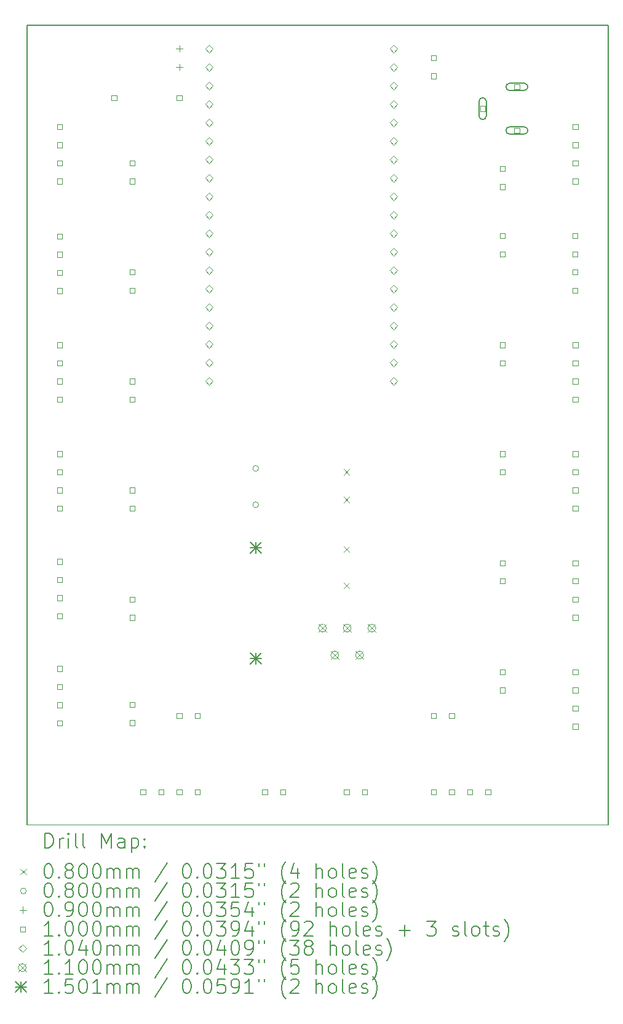
<source format=gbr>
%TF.GenerationSoftware,KiCad,Pcbnew,(6.0.7)*%
%TF.CreationDate,2023-05-03T18:52:40+01:00*%
%TF.ProjectId,beehive,62656568-6976-4652-9e6b-696361645f70,rev?*%
%TF.SameCoordinates,Original*%
%TF.FileFunction,Drillmap*%
%TF.FilePolarity,Positive*%
%FSLAX45Y45*%
G04 Gerber Fmt 4.5, Leading zero omitted, Abs format (unit mm)*
G04 Created by KiCad (PCBNEW (6.0.7)) date 2023-05-03 18:52:40*
%MOMM*%
%LPD*%
G01*
G04 APERTURE LIST*
%ADD10C,0.100000*%
%ADD11C,0.150000*%
%ADD12C,0.200000*%
%ADD13C,0.080000*%
%ADD14C,0.080010*%
%ADD15C,0.090000*%
%ADD16C,0.104000*%
%ADD17C,0.110000*%
%ADD18C,0.150114*%
G04 APERTURE END LIST*
D10*
X12700000Y-14050000D02*
X4700000Y-14050000D01*
D11*
X4700000Y-3050000D02*
X4700000Y-14050000D01*
X4700000Y-3050000D02*
X12700000Y-3050000D01*
X12700000Y-3050000D02*
X12700000Y-14050000D01*
D12*
D13*
X9060000Y-9160000D02*
X9140000Y-9240000D01*
X9140000Y-9160000D02*
X9060000Y-9240000D01*
X9060000Y-9540000D02*
X9140000Y-9620000D01*
X9140000Y-9540000D02*
X9060000Y-9620000D01*
X9060000Y-10222122D02*
X9140000Y-10302122D01*
X9140000Y-10222122D02*
X9060000Y-10302122D01*
X9060000Y-10722122D02*
X9140000Y-10802122D01*
X9140000Y-10722122D02*
X9060000Y-10802122D01*
D14*
X7890005Y-9150000D02*
G75*
G03*
X7890005Y-9150000I-40005J0D01*
G01*
X7890005Y-9650000D02*
G75*
G03*
X7890005Y-9650000I-40005J0D01*
G01*
D15*
X6800000Y-3328500D02*
X6800000Y-3418500D01*
X6755000Y-3373500D02*
X6845000Y-3373500D01*
X6800000Y-3582500D02*
X6800000Y-3672500D01*
X6755000Y-3627500D02*
X6845000Y-3627500D01*
D10*
X5185356Y-4485356D02*
X5185356Y-4414644D01*
X5114644Y-4414644D01*
X5114644Y-4485356D01*
X5185356Y-4485356D01*
X5185356Y-4735356D02*
X5185356Y-4664644D01*
X5114644Y-4664644D01*
X5114644Y-4735356D01*
X5185356Y-4735356D01*
X5185356Y-4985356D02*
X5185356Y-4914644D01*
X5114644Y-4914644D01*
X5114644Y-4985356D01*
X5185356Y-4985356D01*
X5185356Y-5235356D02*
X5185356Y-5164644D01*
X5114644Y-5164644D01*
X5114644Y-5235356D01*
X5185356Y-5235356D01*
X5185356Y-5990356D02*
X5185356Y-5919644D01*
X5114644Y-5919644D01*
X5114644Y-5990356D01*
X5185356Y-5990356D01*
X5185356Y-6240356D02*
X5185356Y-6169644D01*
X5114644Y-6169644D01*
X5114644Y-6240356D01*
X5185356Y-6240356D01*
X5185356Y-6490356D02*
X5185356Y-6419644D01*
X5114644Y-6419644D01*
X5114644Y-6490356D01*
X5185356Y-6490356D01*
X5185356Y-6740356D02*
X5185356Y-6669644D01*
X5114644Y-6669644D01*
X5114644Y-6740356D01*
X5185356Y-6740356D01*
X5185356Y-7485356D02*
X5185356Y-7414644D01*
X5114644Y-7414644D01*
X5114644Y-7485356D01*
X5185356Y-7485356D01*
X5185356Y-7735356D02*
X5185356Y-7664644D01*
X5114644Y-7664644D01*
X5114644Y-7735356D01*
X5185356Y-7735356D01*
X5185356Y-7985356D02*
X5185356Y-7914644D01*
X5114644Y-7914644D01*
X5114644Y-7985356D01*
X5185356Y-7985356D01*
X5185356Y-8235356D02*
X5185356Y-8164644D01*
X5114644Y-8164644D01*
X5114644Y-8235356D01*
X5185356Y-8235356D01*
X5185356Y-8985356D02*
X5185356Y-8914644D01*
X5114644Y-8914644D01*
X5114644Y-8985356D01*
X5185356Y-8985356D01*
X5185356Y-9235356D02*
X5185356Y-9164644D01*
X5114644Y-9164644D01*
X5114644Y-9235356D01*
X5185356Y-9235356D01*
X5185356Y-9485356D02*
X5185356Y-9414644D01*
X5114644Y-9414644D01*
X5114644Y-9485356D01*
X5185356Y-9485356D01*
X5185356Y-9735356D02*
X5185356Y-9664644D01*
X5114644Y-9664644D01*
X5114644Y-9735356D01*
X5185356Y-9735356D01*
X5185356Y-10465356D02*
X5185356Y-10394644D01*
X5114644Y-10394644D01*
X5114644Y-10465356D01*
X5185356Y-10465356D01*
X5185356Y-10715356D02*
X5185356Y-10644644D01*
X5114644Y-10644644D01*
X5114644Y-10715356D01*
X5185356Y-10715356D01*
X5185356Y-10965356D02*
X5185356Y-10894644D01*
X5114644Y-10894644D01*
X5114644Y-10965356D01*
X5185356Y-10965356D01*
X5185356Y-11215356D02*
X5185356Y-11144644D01*
X5114644Y-11144644D01*
X5114644Y-11215356D01*
X5185356Y-11215356D01*
X5187856Y-11940356D02*
X5187856Y-11869644D01*
X5117144Y-11869644D01*
X5117144Y-11940356D01*
X5187856Y-11940356D01*
X5187856Y-12190356D02*
X5187856Y-12119644D01*
X5117144Y-12119644D01*
X5117144Y-12190356D01*
X5187856Y-12190356D01*
X5187856Y-12440356D02*
X5187856Y-12369644D01*
X5117144Y-12369644D01*
X5117144Y-12440356D01*
X5187856Y-12440356D01*
X5187856Y-12690356D02*
X5187856Y-12619644D01*
X5117144Y-12619644D01*
X5117144Y-12690356D01*
X5187856Y-12690356D01*
X5935356Y-4085356D02*
X5935356Y-4014644D01*
X5864644Y-4014644D01*
X5864644Y-4085356D01*
X5935356Y-4085356D01*
X6185356Y-4985356D02*
X6185356Y-4914644D01*
X6114644Y-4914644D01*
X6114644Y-4985356D01*
X6185356Y-4985356D01*
X6185356Y-5235356D02*
X6185356Y-5164644D01*
X6114644Y-5164644D01*
X6114644Y-5235356D01*
X6185356Y-5235356D01*
X6185356Y-6485356D02*
X6185356Y-6414644D01*
X6114644Y-6414644D01*
X6114644Y-6485356D01*
X6185356Y-6485356D01*
X6185356Y-6735356D02*
X6185356Y-6664644D01*
X6114644Y-6664644D01*
X6114644Y-6735356D01*
X6185356Y-6735356D01*
X6185356Y-7985356D02*
X6185356Y-7914644D01*
X6114644Y-7914644D01*
X6114644Y-7985356D01*
X6185356Y-7985356D01*
X6185356Y-8235356D02*
X6185356Y-8164644D01*
X6114644Y-8164644D01*
X6114644Y-8235356D01*
X6185356Y-8235356D01*
X6185356Y-9485356D02*
X6185356Y-9414644D01*
X6114644Y-9414644D01*
X6114644Y-9485356D01*
X6185356Y-9485356D01*
X6185356Y-9735356D02*
X6185356Y-9664644D01*
X6114644Y-9664644D01*
X6114644Y-9735356D01*
X6185356Y-9735356D01*
X6185356Y-10985356D02*
X6185356Y-10914644D01*
X6114644Y-10914644D01*
X6114644Y-10985356D01*
X6185356Y-10985356D01*
X6185356Y-11235356D02*
X6185356Y-11164644D01*
X6114644Y-11164644D01*
X6114644Y-11235356D01*
X6185356Y-11235356D01*
X6185356Y-12435356D02*
X6185356Y-12364644D01*
X6114644Y-12364644D01*
X6114644Y-12435356D01*
X6185356Y-12435356D01*
X6185356Y-12685356D02*
X6185356Y-12614644D01*
X6114644Y-12614644D01*
X6114644Y-12685356D01*
X6185356Y-12685356D01*
X6335356Y-13635356D02*
X6335356Y-13564644D01*
X6264644Y-13564644D01*
X6264644Y-13635356D01*
X6335356Y-13635356D01*
X6585356Y-13635356D02*
X6585356Y-13564644D01*
X6514644Y-13564644D01*
X6514644Y-13635356D01*
X6585356Y-13635356D01*
X6835356Y-4085356D02*
X6835356Y-4014644D01*
X6764644Y-4014644D01*
X6764644Y-4085356D01*
X6835356Y-4085356D01*
X6835356Y-12585356D02*
X6835356Y-12514644D01*
X6764644Y-12514644D01*
X6764644Y-12585356D01*
X6835356Y-12585356D01*
X6835356Y-13635356D02*
X6835356Y-13564644D01*
X6764644Y-13564644D01*
X6764644Y-13635356D01*
X6835356Y-13635356D01*
X7085356Y-12585356D02*
X7085356Y-12514644D01*
X7014644Y-12514644D01*
X7014644Y-12585356D01*
X7085356Y-12585356D01*
X7085356Y-13635356D02*
X7085356Y-13564644D01*
X7014644Y-13564644D01*
X7014644Y-13635356D01*
X7085356Y-13635356D01*
X8010356Y-13635356D02*
X8010356Y-13564644D01*
X7939644Y-13564644D01*
X7939644Y-13635356D01*
X8010356Y-13635356D01*
X8260356Y-13635356D02*
X8260356Y-13564644D01*
X8189644Y-13564644D01*
X8189644Y-13635356D01*
X8260356Y-13635356D01*
X9135356Y-13635356D02*
X9135356Y-13564644D01*
X9064644Y-13564644D01*
X9064644Y-13635356D01*
X9135356Y-13635356D01*
X9385356Y-13635356D02*
X9385356Y-13564644D01*
X9314644Y-13564644D01*
X9314644Y-13635356D01*
X9385356Y-13635356D01*
X10335356Y-3535356D02*
X10335356Y-3464644D01*
X10264644Y-3464644D01*
X10264644Y-3535356D01*
X10335356Y-3535356D01*
X10335356Y-3785356D02*
X10335356Y-3714644D01*
X10264644Y-3714644D01*
X10264644Y-3785356D01*
X10335356Y-3785356D01*
X10335356Y-12585356D02*
X10335356Y-12514644D01*
X10264644Y-12514644D01*
X10264644Y-12585356D01*
X10335356Y-12585356D01*
X10335356Y-13635356D02*
X10335356Y-13564644D01*
X10264644Y-13564644D01*
X10264644Y-13635356D01*
X10335356Y-13635356D01*
X10585356Y-12585356D02*
X10585356Y-12514644D01*
X10514644Y-12514644D01*
X10514644Y-12585356D01*
X10585356Y-12585356D01*
X10585356Y-13635356D02*
X10585356Y-13564644D01*
X10514644Y-13564644D01*
X10514644Y-13635356D01*
X10585356Y-13635356D01*
X10835356Y-13635356D02*
X10835356Y-13564644D01*
X10764644Y-13564644D01*
X10764644Y-13635356D01*
X10835356Y-13635356D01*
X11011106Y-4235356D02*
X11011106Y-4164644D01*
X10940394Y-4164644D01*
X10940394Y-4235356D01*
X11011106Y-4235356D01*
D12*
X10925750Y-4100000D02*
X10925750Y-4300000D01*
X11025750Y-4100000D02*
X11025750Y-4300000D01*
X10925750Y-4300000D02*
G75*
G03*
X11025750Y-4300000I50000J0D01*
G01*
X11025750Y-4100000D02*
G75*
G03*
X10925750Y-4100000I-50000J0D01*
G01*
D10*
X11085356Y-13635356D02*
X11085356Y-13564644D01*
X11014644Y-13564644D01*
X11014644Y-13635356D01*
X11085356Y-13635356D01*
X11282856Y-5985356D02*
X11282856Y-5914644D01*
X11212144Y-5914644D01*
X11212144Y-5985356D01*
X11282856Y-5985356D01*
X11282856Y-6235356D02*
X11282856Y-6164644D01*
X11212144Y-6164644D01*
X11212144Y-6235356D01*
X11282856Y-6235356D01*
X11282856Y-8985356D02*
X11282856Y-8914644D01*
X11212144Y-8914644D01*
X11212144Y-8985356D01*
X11282856Y-8985356D01*
X11282856Y-9235356D02*
X11282856Y-9164644D01*
X11212144Y-9164644D01*
X11212144Y-9235356D01*
X11282856Y-9235356D01*
X11285356Y-5060356D02*
X11285356Y-4989644D01*
X11214644Y-4989644D01*
X11214644Y-5060356D01*
X11285356Y-5060356D01*
X11285356Y-5310356D02*
X11285356Y-5239644D01*
X11214644Y-5239644D01*
X11214644Y-5310356D01*
X11285356Y-5310356D01*
X11285356Y-7485356D02*
X11285356Y-7414644D01*
X11214644Y-7414644D01*
X11214644Y-7485356D01*
X11285356Y-7485356D01*
X11285356Y-7735356D02*
X11285356Y-7664644D01*
X11214644Y-7664644D01*
X11214644Y-7735356D01*
X11285356Y-7735356D01*
X11285356Y-10485356D02*
X11285356Y-10414644D01*
X11214644Y-10414644D01*
X11214644Y-10485356D01*
X11285356Y-10485356D01*
X11285356Y-10735356D02*
X11285356Y-10664644D01*
X11214644Y-10664644D01*
X11214644Y-10735356D01*
X11285356Y-10735356D01*
X11285356Y-11985356D02*
X11285356Y-11914644D01*
X11214644Y-11914644D01*
X11214644Y-11985356D01*
X11285356Y-11985356D01*
X11285356Y-12235356D02*
X11285356Y-12164644D01*
X11214644Y-12164644D01*
X11214644Y-12235356D01*
X11285356Y-12235356D01*
X11481106Y-3935356D02*
X11481106Y-3864644D01*
X11410394Y-3864644D01*
X11410394Y-3935356D01*
X11481106Y-3935356D01*
D12*
X11545750Y-3850000D02*
X11345750Y-3850000D01*
X11545750Y-3950000D02*
X11345750Y-3950000D01*
X11345750Y-3850000D02*
G75*
G03*
X11345750Y-3950000I0J-50000D01*
G01*
X11545750Y-3950000D02*
G75*
G03*
X11545750Y-3850000I0J50000D01*
G01*
D10*
X11481106Y-4535356D02*
X11481106Y-4464644D01*
X11410394Y-4464644D01*
X11410394Y-4535356D01*
X11481106Y-4535356D01*
D12*
X11545750Y-4450000D02*
X11345750Y-4450000D01*
X11545750Y-4550000D02*
X11345750Y-4550000D01*
X11345750Y-4450000D02*
G75*
G03*
X11345750Y-4550000I0J-50000D01*
G01*
X11545750Y-4550000D02*
G75*
G03*
X11545750Y-4450000I0J50000D01*
G01*
D10*
X12282856Y-5985356D02*
X12282856Y-5914644D01*
X12212144Y-5914644D01*
X12212144Y-5985356D01*
X12282856Y-5985356D01*
X12282856Y-6235356D02*
X12282856Y-6164644D01*
X12212144Y-6164644D01*
X12212144Y-6235356D01*
X12282856Y-6235356D01*
X12282856Y-6485356D02*
X12282856Y-6414644D01*
X12212144Y-6414644D01*
X12212144Y-6485356D01*
X12282856Y-6485356D01*
X12282856Y-6735356D02*
X12282856Y-6664644D01*
X12212144Y-6664644D01*
X12212144Y-6735356D01*
X12282856Y-6735356D01*
X12285356Y-4485356D02*
X12285356Y-4414644D01*
X12214644Y-4414644D01*
X12214644Y-4485356D01*
X12285356Y-4485356D01*
X12285356Y-4735356D02*
X12285356Y-4664644D01*
X12214644Y-4664644D01*
X12214644Y-4735356D01*
X12285356Y-4735356D01*
X12285356Y-4985356D02*
X12285356Y-4914644D01*
X12214644Y-4914644D01*
X12214644Y-4985356D01*
X12285356Y-4985356D01*
X12285356Y-5235356D02*
X12285356Y-5164644D01*
X12214644Y-5164644D01*
X12214644Y-5235356D01*
X12285356Y-5235356D01*
X12285356Y-7485356D02*
X12285356Y-7414644D01*
X12214644Y-7414644D01*
X12214644Y-7485356D01*
X12285356Y-7485356D01*
X12285356Y-7735356D02*
X12285356Y-7664644D01*
X12214644Y-7664644D01*
X12214644Y-7735356D01*
X12285356Y-7735356D01*
X12285356Y-7985356D02*
X12285356Y-7914644D01*
X12214644Y-7914644D01*
X12214644Y-7985356D01*
X12285356Y-7985356D01*
X12285356Y-8235356D02*
X12285356Y-8164644D01*
X12214644Y-8164644D01*
X12214644Y-8235356D01*
X12285356Y-8235356D01*
X12285356Y-8985356D02*
X12285356Y-8914644D01*
X12214644Y-8914644D01*
X12214644Y-8985356D01*
X12285356Y-8985356D01*
X12285356Y-9235356D02*
X12285356Y-9164644D01*
X12214644Y-9164644D01*
X12214644Y-9235356D01*
X12285356Y-9235356D01*
X12285356Y-9485356D02*
X12285356Y-9414644D01*
X12214644Y-9414644D01*
X12214644Y-9485356D01*
X12285356Y-9485356D01*
X12285356Y-9735356D02*
X12285356Y-9664644D01*
X12214644Y-9664644D01*
X12214644Y-9735356D01*
X12285356Y-9735356D01*
X12285356Y-10485356D02*
X12285356Y-10414644D01*
X12214644Y-10414644D01*
X12214644Y-10485356D01*
X12285356Y-10485356D01*
X12285356Y-10735356D02*
X12285356Y-10664644D01*
X12214644Y-10664644D01*
X12214644Y-10735356D01*
X12285356Y-10735356D01*
X12285356Y-10985356D02*
X12285356Y-10914644D01*
X12214644Y-10914644D01*
X12214644Y-10985356D01*
X12285356Y-10985356D01*
X12285356Y-11235356D02*
X12285356Y-11164644D01*
X12214644Y-11164644D01*
X12214644Y-11235356D01*
X12285356Y-11235356D01*
X12285356Y-11985356D02*
X12285356Y-11914644D01*
X12214644Y-11914644D01*
X12214644Y-11985356D01*
X12285356Y-11985356D01*
X12285356Y-12235356D02*
X12285356Y-12164644D01*
X12214644Y-12164644D01*
X12214644Y-12235356D01*
X12285356Y-12235356D01*
X12285356Y-12485356D02*
X12285356Y-12414644D01*
X12214644Y-12414644D01*
X12214644Y-12485356D01*
X12285356Y-12485356D01*
X12285356Y-12735356D02*
X12285356Y-12664644D01*
X12214644Y-12664644D01*
X12214644Y-12735356D01*
X12285356Y-12735356D01*
D16*
X7210000Y-3430000D02*
X7262000Y-3378000D01*
X7210000Y-3326000D01*
X7158000Y-3378000D01*
X7210000Y-3430000D01*
X7210000Y-3684000D02*
X7262000Y-3632000D01*
X7210000Y-3580000D01*
X7158000Y-3632000D01*
X7210000Y-3684000D01*
X7210000Y-3938000D02*
X7262000Y-3886000D01*
X7210000Y-3834000D01*
X7158000Y-3886000D01*
X7210000Y-3938000D01*
X7210000Y-4192000D02*
X7262000Y-4140000D01*
X7210000Y-4088000D01*
X7158000Y-4140000D01*
X7210000Y-4192000D01*
X7210000Y-4446000D02*
X7262000Y-4394000D01*
X7210000Y-4342000D01*
X7158000Y-4394000D01*
X7210000Y-4446000D01*
X7210000Y-4700000D02*
X7262000Y-4648000D01*
X7210000Y-4596000D01*
X7158000Y-4648000D01*
X7210000Y-4700000D01*
X7210000Y-4954000D02*
X7262000Y-4902000D01*
X7210000Y-4850000D01*
X7158000Y-4902000D01*
X7210000Y-4954000D01*
X7210000Y-5208000D02*
X7262000Y-5156000D01*
X7210000Y-5104000D01*
X7158000Y-5156000D01*
X7210000Y-5208000D01*
X7210000Y-5462000D02*
X7262000Y-5410000D01*
X7210000Y-5358000D01*
X7158000Y-5410000D01*
X7210000Y-5462000D01*
X7210000Y-5716000D02*
X7262000Y-5664000D01*
X7210000Y-5612000D01*
X7158000Y-5664000D01*
X7210000Y-5716000D01*
X7210000Y-5970000D02*
X7262000Y-5918000D01*
X7210000Y-5866000D01*
X7158000Y-5918000D01*
X7210000Y-5970000D01*
X7210000Y-6224000D02*
X7262000Y-6172000D01*
X7210000Y-6120000D01*
X7158000Y-6172000D01*
X7210000Y-6224000D01*
X7210000Y-6478000D02*
X7262000Y-6426000D01*
X7210000Y-6374000D01*
X7158000Y-6426000D01*
X7210000Y-6478000D01*
X7210000Y-6732000D02*
X7262000Y-6680000D01*
X7210000Y-6628000D01*
X7158000Y-6680000D01*
X7210000Y-6732000D01*
X7210000Y-6986000D02*
X7262000Y-6934000D01*
X7210000Y-6882000D01*
X7158000Y-6934000D01*
X7210000Y-6986000D01*
X7210000Y-7240000D02*
X7262000Y-7188000D01*
X7210000Y-7136000D01*
X7158000Y-7188000D01*
X7210000Y-7240000D01*
X7210000Y-7494000D02*
X7262000Y-7442000D01*
X7210000Y-7390000D01*
X7158000Y-7442000D01*
X7210000Y-7494000D01*
X7210000Y-7748000D02*
X7262000Y-7696000D01*
X7210000Y-7644000D01*
X7158000Y-7696000D01*
X7210000Y-7748000D01*
X7210000Y-8002000D02*
X7262000Y-7950000D01*
X7210000Y-7898000D01*
X7158000Y-7950000D01*
X7210000Y-8002000D01*
X9750000Y-3430000D02*
X9802000Y-3378000D01*
X9750000Y-3326000D01*
X9698000Y-3378000D01*
X9750000Y-3430000D01*
X9750000Y-3684000D02*
X9802000Y-3632000D01*
X9750000Y-3580000D01*
X9698000Y-3632000D01*
X9750000Y-3684000D01*
X9750000Y-3938000D02*
X9802000Y-3886000D01*
X9750000Y-3834000D01*
X9698000Y-3886000D01*
X9750000Y-3938000D01*
X9750000Y-4192000D02*
X9802000Y-4140000D01*
X9750000Y-4088000D01*
X9698000Y-4140000D01*
X9750000Y-4192000D01*
X9750000Y-4446000D02*
X9802000Y-4394000D01*
X9750000Y-4342000D01*
X9698000Y-4394000D01*
X9750000Y-4446000D01*
X9750000Y-4700000D02*
X9802000Y-4648000D01*
X9750000Y-4596000D01*
X9698000Y-4648000D01*
X9750000Y-4700000D01*
X9750000Y-4954000D02*
X9802000Y-4902000D01*
X9750000Y-4850000D01*
X9698000Y-4902000D01*
X9750000Y-4954000D01*
X9750000Y-5208000D02*
X9802000Y-5156000D01*
X9750000Y-5104000D01*
X9698000Y-5156000D01*
X9750000Y-5208000D01*
X9750000Y-5462000D02*
X9802000Y-5410000D01*
X9750000Y-5358000D01*
X9698000Y-5410000D01*
X9750000Y-5462000D01*
X9750000Y-5716000D02*
X9802000Y-5664000D01*
X9750000Y-5612000D01*
X9698000Y-5664000D01*
X9750000Y-5716000D01*
X9750000Y-5970000D02*
X9802000Y-5918000D01*
X9750000Y-5866000D01*
X9698000Y-5918000D01*
X9750000Y-5970000D01*
X9750000Y-6224000D02*
X9802000Y-6172000D01*
X9750000Y-6120000D01*
X9698000Y-6172000D01*
X9750000Y-6224000D01*
X9750000Y-6478000D02*
X9802000Y-6426000D01*
X9750000Y-6374000D01*
X9698000Y-6426000D01*
X9750000Y-6478000D01*
X9750000Y-6732000D02*
X9802000Y-6680000D01*
X9750000Y-6628000D01*
X9698000Y-6680000D01*
X9750000Y-6732000D01*
X9750000Y-6986000D02*
X9802000Y-6934000D01*
X9750000Y-6882000D01*
X9698000Y-6934000D01*
X9750000Y-6986000D01*
X9750000Y-7240000D02*
X9802000Y-7188000D01*
X9750000Y-7136000D01*
X9698000Y-7188000D01*
X9750000Y-7240000D01*
X9750000Y-7494000D02*
X9802000Y-7442000D01*
X9750000Y-7390000D01*
X9698000Y-7442000D01*
X9750000Y-7494000D01*
X9750000Y-7748000D02*
X9802000Y-7696000D01*
X9750000Y-7644000D01*
X9698000Y-7696000D01*
X9750000Y-7748000D01*
X9750000Y-8002000D02*
X9802000Y-7950000D01*
X9750000Y-7898000D01*
X9698000Y-7950000D01*
X9750000Y-8002000D01*
D17*
X8715000Y-11292122D02*
X8825000Y-11402122D01*
X8825000Y-11292122D02*
X8715000Y-11402122D01*
X8825000Y-11347122D02*
G75*
G03*
X8825000Y-11347122I-55000J0D01*
G01*
X8885000Y-11662122D02*
X8995000Y-11772122D01*
X8995000Y-11662122D02*
X8885000Y-11772122D01*
X8995000Y-11717122D02*
G75*
G03*
X8995000Y-11717122I-55000J0D01*
G01*
X9055000Y-11292122D02*
X9165000Y-11402122D01*
X9165000Y-11292122D02*
X9055000Y-11402122D01*
X9165000Y-11347122D02*
G75*
G03*
X9165000Y-11347122I-55000J0D01*
G01*
X9225000Y-11662122D02*
X9335000Y-11772122D01*
X9335000Y-11662122D02*
X9225000Y-11772122D01*
X9335000Y-11717122D02*
G75*
G03*
X9335000Y-11717122I-55000J0D01*
G01*
X9395000Y-11292122D02*
X9505000Y-11402122D01*
X9505000Y-11292122D02*
X9395000Y-11402122D01*
X9505000Y-11347122D02*
G75*
G03*
X9505000Y-11347122I-55000J0D01*
G01*
D18*
X7774943Y-10162943D02*
X7925057Y-10313057D01*
X7925057Y-10162943D02*
X7774943Y-10313057D01*
X7850000Y-10162943D02*
X7850000Y-10313057D01*
X7774943Y-10238000D02*
X7925057Y-10238000D01*
X7774943Y-11686943D02*
X7925057Y-11837057D01*
X7925057Y-11686943D02*
X7774943Y-11837057D01*
X7850000Y-11686943D02*
X7850000Y-11837057D01*
X7774943Y-11762000D02*
X7925057Y-11762000D01*
D12*
X4950119Y-14367976D02*
X4950119Y-14167976D01*
X4997738Y-14167976D01*
X5026310Y-14177500D01*
X5045357Y-14196548D01*
X5054881Y-14215595D01*
X5064405Y-14253690D01*
X5064405Y-14282262D01*
X5054881Y-14320357D01*
X5045357Y-14339405D01*
X5026310Y-14358452D01*
X4997738Y-14367976D01*
X4950119Y-14367976D01*
X5150119Y-14367976D02*
X5150119Y-14234643D01*
X5150119Y-14272738D02*
X5159643Y-14253690D01*
X5169167Y-14244167D01*
X5188214Y-14234643D01*
X5207262Y-14234643D01*
X5273929Y-14367976D02*
X5273929Y-14234643D01*
X5273929Y-14167976D02*
X5264405Y-14177500D01*
X5273929Y-14187024D01*
X5283452Y-14177500D01*
X5273929Y-14167976D01*
X5273929Y-14187024D01*
X5397738Y-14367976D02*
X5378690Y-14358452D01*
X5369167Y-14339405D01*
X5369167Y-14167976D01*
X5502500Y-14367976D02*
X5483452Y-14358452D01*
X5473929Y-14339405D01*
X5473929Y-14167976D01*
X5731071Y-14367976D02*
X5731071Y-14167976D01*
X5797738Y-14310833D01*
X5864405Y-14167976D01*
X5864405Y-14367976D01*
X6045357Y-14367976D02*
X6045357Y-14263214D01*
X6035833Y-14244167D01*
X6016786Y-14234643D01*
X5978690Y-14234643D01*
X5959643Y-14244167D01*
X6045357Y-14358452D02*
X6026309Y-14367976D01*
X5978690Y-14367976D01*
X5959643Y-14358452D01*
X5950119Y-14339405D01*
X5950119Y-14320357D01*
X5959643Y-14301309D01*
X5978690Y-14291786D01*
X6026309Y-14291786D01*
X6045357Y-14282262D01*
X6140595Y-14234643D02*
X6140595Y-14434643D01*
X6140595Y-14244167D02*
X6159643Y-14234643D01*
X6197738Y-14234643D01*
X6216786Y-14244167D01*
X6226309Y-14253690D01*
X6235833Y-14272738D01*
X6235833Y-14329881D01*
X6226309Y-14348928D01*
X6216786Y-14358452D01*
X6197738Y-14367976D01*
X6159643Y-14367976D01*
X6140595Y-14358452D01*
X6321548Y-14348928D02*
X6331071Y-14358452D01*
X6321548Y-14367976D01*
X6312024Y-14358452D01*
X6321548Y-14348928D01*
X6321548Y-14367976D01*
X6321548Y-14244167D02*
X6331071Y-14253690D01*
X6321548Y-14263214D01*
X6312024Y-14253690D01*
X6321548Y-14244167D01*
X6321548Y-14263214D01*
D13*
X4612500Y-14657500D02*
X4692500Y-14737500D01*
X4692500Y-14657500D02*
X4612500Y-14737500D01*
D12*
X4988214Y-14587976D02*
X5007262Y-14587976D01*
X5026310Y-14597500D01*
X5035833Y-14607024D01*
X5045357Y-14626071D01*
X5054881Y-14664167D01*
X5054881Y-14711786D01*
X5045357Y-14749881D01*
X5035833Y-14768928D01*
X5026310Y-14778452D01*
X5007262Y-14787976D01*
X4988214Y-14787976D01*
X4969167Y-14778452D01*
X4959643Y-14768928D01*
X4950119Y-14749881D01*
X4940595Y-14711786D01*
X4940595Y-14664167D01*
X4950119Y-14626071D01*
X4959643Y-14607024D01*
X4969167Y-14597500D01*
X4988214Y-14587976D01*
X5140595Y-14768928D02*
X5150119Y-14778452D01*
X5140595Y-14787976D01*
X5131071Y-14778452D01*
X5140595Y-14768928D01*
X5140595Y-14787976D01*
X5264405Y-14673690D02*
X5245357Y-14664167D01*
X5235833Y-14654643D01*
X5226310Y-14635595D01*
X5226310Y-14626071D01*
X5235833Y-14607024D01*
X5245357Y-14597500D01*
X5264405Y-14587976D01*
X5302500Y-14587976D01*
X5321548Y-14597500D01*
X5331071Y-14607024D01*
X5340595Y-14626071D01*
X5340595Y-14635595D01*
X5331071Y-14654643D01*
X5321548Y-14664167D01*
X5302500Y-14673690D01*
X5264405Y-14673690D01*
X5245357Y-14683214D01*
X5235833Y-14692738D01*
X5226310Y-14711786D01*
X5226310Y-14749881D01*
X5235833Y-14768928D01*
X5245357Y-14778452D01*
X5264405Y-14787976D01*
X5302500Y-14787976D01*
X5321548Y-14778452D01*
X5331071Y-14768928D01*
X5340595Y-14749881D01*
X5340595Y-14711786D01*
X5331071Y-14692738D01*
X5321548Y-14683214D01*
X5302500Y-14673690D01*
X5464405Y-14587976D02*
X5483452Y-14587976D01*
X5502500Y-14597500D01*
X5512024Y-14607024D01*
X5521548Y-14626071D01*
X5531071Y-14664167D01*
X5531071Y-14711786D01*
X5521548Y-14749881D01*
X5512024Y-14768928D01*
X5502500Y-14778452D01*
X5483452Y-14787976D01*
X5464405Y-14787976D01*
X5445357Y-14778452D01*
X5435833Y-14768928D01*
X5426310Y-14749881D01*
X5416786Y-14711786D01*
X5416786Y-14664167D01*
X5426310Y-14626071D01*
X5435833Y-14607024D01*
X5445357Y-14597500D01*
X5464405Y-14587976D01*
X5654881Y-14587976D02*
X5673928Y-14587976D01*
X5692976Y-14597500D01*
X5702500Y-14607024D01*
X5712024Y-14626071D01*
X5721548Y-14664167D01*
X5721548Y-14711786D01*
X5712024Y-14749881D01*
X5702500Y-14768928D01*
X5692976Y-14778452D01*
X5673928Y-14787976D01*
X5654881Y-14787976D01*
X5635833Y-14778452D01*
X5626309Y-14768928D01*
X5616786Y-14749881D01*
X5607262Y-14711786D01*
X5607262Y-14664167D01*
X5616786Y-14626071D01*
X5626309Y-14607024D01*
X5635833Y-14597500D01*
X5654881Y-14587976D01*
X5807262Y-14787976D02*
X5807262Y-14654643D01*
X5807262Y-14673690D02*
X5816786Y-14664167D01*
X5835833Y-14654643D01*
X5864405Y-14654643D01*
X5883452Y-14664167D01*
X5892976Y-14683214D01*
X5892976Y-14787976D01*
X5892976Y-14683214D02*
X5902500Y-14664167D01*
X5921548Y-14654643D01*
X5950119Y-14654643D01*
X5969167Y-14664167D01*
X5978690Y-14683214D01*
X5978690Y-14787976D01*
X6073928Y-14787976D02*
X6073928Y-14654643D01*
X6073928Y-14673690D02*
X6083452Y-14664167D01*
X6102500Y-14654643D01*
X6131071Y-14654643D01*
X6150119Y-14664167D01*
X6159643Y-14683214D01*
X6159643Y-14787976D01*
X6159643Y-14683214D02*
X6169167Y-14664167D01*
X6188214Y-14654643D01*
X6216786Y-14654643D01*
X6235833Y-14664167D01*
X6245357Y-14683214D01*
X6245357Y-14787976D01*
X6635833Y-14578452D02*
X6464405Y-14835595D01*
X6892976Y-14587976D02*
X6912024Y-14587976D01*
X6931071Y-14597500D01*
X6940595Y-14607024D01*
X6950119Y-14626071D01*
X6959643Y-14664167D01*
X6959643Y-14711786D01*
X6950119Y-14749881D01*
X6940595Y-14768928D01*
X6931071Y-14778452D01*
X6912024Y-14787976D01*
X6892976Y-14787976D01*
X6873928Y-14778452D01*
X6864405Y-14768928D01*
X6854881Y-14749881D01*
X6845357Y-14711786D01*
X6845357Y-14664167D01*
X6854881Y-14626071D01*
X6864405Y-14607024D01*
X6873928Y-14597500D01*
X6892976Y-14587976D01*
X7045357Y-14768928D02*
X7054881Y-14778452D01*
X7045357Y-14787976D01*
X7035833Y-14778452D01*
X7045357Y-14768928D01*
X7045357Y-14787976D01*
X7178690Y-14587976D02*
X7197738Y-14587976D01*
X7216786Y-14597500D01*
X7226309Y-14607024D01*
X7235833Y-14626071D01*
X7245357Y-14664167D01*
X7245357Y-14711786D01*
X7235833Y-14749881D01*
X7226309Y-14768928D01*
X7216786Y-14778452D01*
X7197738Y-14787976D01*
X7178690Y-14787976D01*
X7159643Y-14778452D01*
X7150119Y-14768928D01*
X7140595Y-14749881D01*
X7131071Y-14711786D01*
X7131071Y-14664167D01*
X7140595Y-14626071D01*
X7150119Y-14607024D01*
X7159643Y-14597500D01*
X7178690Y-14587976D01*
X7312024Y-14587976D02*
X7435833Y-14587976D01*
X7369167Y-14664167D01*
X7397738Y-14664167D01*
X7416786Y-14673690D01*
X7426309Y-14683214D01*
X7435833Y-14702262D01*
X7435833Y-14749881D01*
X7426309Y-14768928D01*
X7416786Y-14778452D01*
X7397738Y-14787976D01*
X7340595Y-14787976D01*
X7321548Y-14778452D01*
X7312024Y-14768928D01*
X7626309Y-14787976D02*
X7512024Y-14787976D01*
X7569167Y-14787976D02*
X7569167Y-14587976D01*
X7550119Y-14616548D01*
X7531071Y-14635595D01*
X7512024Y-14645119D01*
X7807262Y-14587976D02*
X7712024Y-14587976D01*
X7702500Y-14683214D01*
X7712024Y-14673690D01*
X7731071Y-14664167D01*
X7778690Y-14664167D01*
X7797738Y-14673690D01*
X7807262Y-14683214D01*
X7816786Y-14702262D01*
X7816786Y-14749881D01*
X7807262Y-14768928D01*
X7797738Y-14778452D01*
X7778690Y-14787976D01*
X7731071Y-14787976D01*
X7712024Y-14778452D01*
X7702500Y-14768928D01*
X7892976Y-14587976D02*
X7892976Y-14626071D01*
X7969167Y-14587976D02*
X7969167Y-14626071D01*
X8264405Y-14864167D02*
X8254881Y-14854643D01*
X8235833Y-14826071D01*
X8226309Y-14807024D01*
X8216786Y-14778452D01*
X8207262Y-14730833D01*
X8207262Y-14692738D01*
X8216786Y-14645119D01*
X8226309Y-14616548D01*
X8235833Y-14597500D01*
X8254881Y-14568928D01*
X8264405Y-14559405D01*
X8426310Y-14654643D02*
X8426310Y-14787976D01*
X8378690Y-14578452D02*
X8331071Y-14721309D01*
X8454881Y-14721309D01*
X8683452Y-14787976D02*
X8683452Y-14587976D01*
X8769167Y-14787976D02*
X8769167Y-14683214D01*
X8759643Y-14664167D01*
X8740595Y-14654643D01*
X8712024Y-14654643D01*
X8692976Y-14664167D01*
X8683452Y-14673690D01*
X8892976Y-14787976D02*
X8873929Y-14778452D01*
X8864405Y-14768928D01*
X8854881Y-14749881D01*
X8854881Y-14692738D01*
X8864405Y-14673690D01*
X8873929Y-14664167D01*
X8892976Y-14654643D01*
X8921548Y-14654643D01*
X8940595Y-14664167D01*
X8950119Y-14673690D01*
X8959643Y-14692738D01*
X8959643Y-14749881D01*
X8950119Y-14768928D01*
X8940595Y-14778452D01*
X8921548Y-14787976D01*
X8892976Y-14787976D01*
X9073929Y-14787976D02*
X9054881Y-14778452D01*
X9045357Y-14759405D01*
X9045357Y-14587976D01*
X9226310Y-14778452D02*
X9207262Y-14787976D01*
X9169167Y-14787976D01*
X9150119Y-14778452D01*
X9140595Y-14759405D01*
X9140595Y-14683214D01*
X9150119Y-14664167D01*
X9169167Y-14654643D01*
X9207262Y-14654643D01*
X9226310Y-14664167D01*
X9235833Y-14683214D01*
X9235833Y-14702262D01*
X9140595Y-14721309D01*
X9312024Y-14778452D02*
X9331071Y-14787976D01*
X9369167Y-14787976D01*
X9388214Y-14778452D01*
X9397738Y-14759405D01*
X9397738Y-14749881D01*
X9388214Y-14730833D01*
X9369167Y-14721309D01*
X9340595Y-14721309D01*
X9321548Y-14711786D01*
X9312024Y-14692738D01*
X9312024Y-14683214D01*
X9321548Y-14664167D01*
X9340595Y-14654643D01*
X9369167Y-14654643D01*
X9388214Y-14664167D01*
X9464405Y-14864167D02*
X9473929Y-14854643D01*
X9492976Y-14826071D01*
X9502500Y-14807024D01*
X9512024Y-14778452D01*
X9521548Y-14730833D01*
X9521548Y-14692738D01*
X9512024Y-14645119D01*
X9502500Y-14616548D01*
X9492976Y-14597500D01*
X9473929Y-14568928D01*
X9464405Y-14559405D01*
D14*
X4692500Y-14961500D02*
G75*
G03*
X4692500Y-14961500I-40005J0D01*
G01*
D12*
X4988214Y-14851976D02*
X5007262Y-14851976D01*
X5026310Y-14861500D01*
X5035833Y-14871024D01*
X5045357Y-14890071D01*
X5054881Y-14928167D01*
X5054881Y-14975786D01*
X5045357Y-15013881D01*
X5035833Y-15032928D01*
X5026310Y-15042452D01*
X5007262Y-15051976D01*
X4988214Y-15051976D01*
X4969167Y-15042452D01*
X4959643Y-15032928D01*
X4950119Y-15013881D01*
X4940595Y-14975786D01*
X4940595Y-14928167D01*
X4950119Y-14890071D01*
X4959643Y-14871024D01*
X4969167Y-14861500D01*
X4988214Y-14851976D01*
X5140595Y-15032928D02*
X5150119Y-15042452D01*
X5140595Y-15051976D01*
X5131071Y-15042452D01*
X5140595Y-15032928D01*
X5140595Y-15051976D01*
X5264405Y-14937690D02*
X5245357Y-14928167D01*
X5235833Y-14918643D01*
X5226310Y-14899595D01*
X5226310Y-14890071D01*
X5235833Y-14871024D01*
X5245357Y-14861500D01*
X5264405Y-14851976D01*
X5302500Y-14851976D01*
X5321548Y-14861500D01*
X5331071Y-14871024D01*
X5340595Y-14890071D01*
X5340595Y-14899595D01*
X5331071Y-14918643D01*
X5321548Y-14928167D01*
X5302500Y-14937690D01*
X5264405Y-14937690D01*
X5245357Y-14947214D01*
X5235833Y-14956738D01*
X5226310Y-14975786D01*
X5226310Y-15013881D01*
X5235833Y-15032928D01*
X5245357Y-15042452D01*
X5264405Y-15051976D01*
X5302500Y-15051976D01*
X5321548Y-15042452D01*
X5331071Y-15032928D01*
X5340595Y-15013881D01*
X5340595Y-14975786D01*
X5331071Y-14956738D01*
X5321548Y-14947214D01*
X5302500Y-14937690D01*
X5464405Y-14851976D02*
X5483452Y-14851976D01*
X5502500Y-14861500D01*
X5512024Y-14871024D01*
X5521548Y-14890071D01*
X5531071Y-14928167D01*
X5531071Y-14975786D01*
X5521548Y-15013881D01*
X5512024Y-15032928D01*
X5502500Y-15042452D01*
X5483452Y-15051976D01*
X5464405Y-15051976D01*
X5445357Y-15042452D01*
X5435833Y-15032928D01*
X5426310Y-15013881D01*
X5416786Y-14975786D01*
X5416786Y-14928167D01*
X5426310Y-14890071D01*
X5435833Y-14871024D01*
X5445357Y-14861500D01*
X5464405Y-14851976D01*
X5654881Y-14851976D02*
X5673928Y-14851976D01*
X5692976Y-14861500D01*
X5702500Y-14871024D01*
X5712024Y-14890071D01*
X5721548Y-14928167D01*
X5721548Y-14975786D01*
X5712024Y-15013881D01*
X5702500Y-15032928D01*
X5692976Y-15042452D01*
X5673928Y-15051976D01*
X5654881Y-15051976D01*
X5635833Y-15042452D01*
X5626309Y-15032928D01*
X5616786Y-15013881D01*
X5607262Y-14975786D01*
X5607262Y-14928167D01*
X5616786Y-14890071D01*
X5626309Y-14871024D01*
X5635833Y-14861500D01*
X5654881Y-14851976D01*
X5807262Y-15051976D02*
X5807262Y-14918643D01*
X5807262Y-14937690D02*
X5816786Y-14928167D01*
X5835833Y-14918643D01*
X5864405Y-14918643D01*
X5883452Y-14928167D01*
X5892976Y-14947214D01*
X5892976Y-15051976D01*
X5892976Y-14947214D02*
X5902500Y-14928167D01*
X5921548Y-14918643D01*
X5950119Y-14918643D01*
X5969167Y-14928167D01*
X5978690Y-14947214D01*
X5978690Y-15051976D01*
X6073928Y-15051976D02*
X6073928Y-14918643D01*
X6073928Y-14937690D02*
X6083452Y-14928167D01*
X6102500Y-14918643D01*
X6131071Y-14918643D01*
X6150119Y-14928167D01*
X6159643Y-14947214D01*
X6159643Y-15051976D01*
X6159643Y-14947214D02*
X6169167Y-14928167D01*
X6188214Y-14918643D01*
X6216786Y-14918643D01*
X6235833Y-14928167D01*
X6245357Y-14947214D01*
X6245357Y-15051976D01*
X6635833Y-14842452D02*
X6464405Y-15099595D01*
X6892976Y-14851976D02*
X6912024Y-14851976D01*
X6931071Y-14861500D01*
X6940595Y-14871024D01*
X6950119Y-14890071D01*
X6959643Y-14928167D01*
X6959643Y-14975786D01*
X6950119Y-15013881D01*
X6940595Y-15032928D01*
X6931071Y-15042452D01*
X6912024Y-15051976D01*
X6892976Y-15051976D01*
X6873928Y-15042452D01*
X6864405Y-15032928D01*
X6854881Y-15013881D01*
X6845357Y-14975786D01*
X6845357Y-14928167D01*
X6854881Y-14890071D01*
X6864405Y-14871024D01*
X6873928Y-14861500D01*
X6892976Y-14851976D01*
X7045357Y-15032928D02*
X7054881Y-15042452D01*
X7045357Y-15051976D01*
X7035833Y-15042452D01*
X7045357Y-15032928D01*
X7045357Y-15051976D01*
X7178690Y-14851976D02*
X7197738Y-14851976D01*
X7216786Y-14861500D01*
X7226309Y-14871024D01*
X7235833Y-14890071D01*
X7245357Y-14928167D01*
X7245357Y-14975786D01*
X7235833Y-15013881D01*
X7226309Y-15032928D01*
X7216786Y-15042452D01*
X7197738Y-15051976D01*
X7178690Y-15051976D01*
X7159643Y-15042452D01*
X7150119Y-15032928D01*
X7140595Y-15013881D01*
X7131071Y-14975786D01*
X7131071Y-14928167D01*
X7140595Y-14890071D01*
X7150119Y-14871024D01*
X7159643Y-14861500D01*
X7178690Y-14851976D01*
X7312024Y-14851976D02*
X7435833Y-14851976D01*
X7369167Y-14928167D01*
X7397738Y-14928167D01*
X7416786Y-14937690D01*
X7426309Y-14947214D01*
X7435833Y-14966262D01*
X7435833Y-15013881D01*
X7426309Y-15032928D01*
X7416786Y-15042452D01*
X7397738Y-15051976D01*
X7340595Y-15051976D01*
X7321548Y-15042452D01*
X7312024Y-15032928D01*
X7626309Y-15051976D02*
X7512024Y-15051976D01*
X7569167Y-15051976D02*
X7569167Y-14851976D01*
X7550119Y-14880548D01*
X7531071Y-14899595D01*
X7512024Y-14909119D01*
X7807262Y-14851976D02*
X7712024Y-14851976D01*
X7702500Y-14947214D01*
X7712024Y-14937690D01*
X7731071Y-14928167D01*
X7778690Y-14928167D01*
X7797738Y-14937690D01*
X7807262Y-14947214D01*
X7816786Y-14966262D01*
X7816786Y-15013881D01*
X7807262Y-15032928D01*
X7797738Y-15042452D01*
X7778690Y-15051976D01*
X7731071Y-15051976D01*
X7712024Y-15042452D01*
X7702500Y-15032928D01*
X7892976Y-14851976D02*
X7892976Y-14890071D01*
X7969167Y-14851976D02*
X7969167Y-14890071D01*
X8264405Y-15128167D02*
X8254881Y-15118643D01*
X8235833Y-15090071D01*
X8226309Y-15071024D01*
X8216786Y-15042452D01*
X8207262Y-14994833D01*
X8207262Y-14956738D01*
X8216786Y-14909119D01*
X8226309Y-14880548D01*
X8235833Y-14861500D01*
X8254881Y-14832928D01*
X8264405Y-14823405D01*
X8331071Y-14871024D02*
X8340595Y-14861500D01*
X8359643Y-14851976D01*
X8407262Y-14851976D01*
X8426310Y-14861500D01*
X8435833Y-14871024D01*
X8445357Y-14890071D01*
X8445357Y-14909119D01*
X8435833Y-14937690D01*
X8321548Y-15051976D01*
X8445357Y-15051976D01*
X8683452Y-15051976D02*
X8683452Y-14851976D01*
X8769167Y-15051976D02*
X8769167Y-14947214D01*
X8759643Y-14928167D01*
X8740595Y-14918643D01*
X8712024Y-14918643D01*
X8692976Y-14928167D01*
X8683452Y-14937690D01*
X8892976Y-15051976D02*
X8873929Y-15042452D01*
X8864405Y-15032928D01*
X8854881Y-15013881D01*
X8854881Y-14956738D01*
X8864405Y-14937690D01*
X8873929Y-14928167D01*
X8892976Y-14918643D01*
X8921548Y-14918643D01*
X8940595Y-14928167D01*
X8950119Y-14937690D01*
X8959643Y-14956738D01*
X8959643Y-15013881D01*
X8950119Y-15032928D01*
X8940595Y-15042452D01*
X8921548Y-15051976D01*
X8892976Y-15051976D01*
X9073929Y-15051976D02*
X9054881Y-15042452D01*
X9045357Y-15023405D01*
X9045357Y-14851976D01*
X9226310Y-15042452D02*
X9207262Y-15051976D01*
X9169167Y-15051976D01*
X9150119Y-15042452D01*
X9140595Y-15023405D01*
X9140595Y-14947214D01*
X9150119Y-14928167D01*
X9169167Y-14918643D01*
X9207262Y-14918643D01*
X9226310Y-14928167D01*
X9235833Y-14947214D01*
X9235833Y-14966262D01*
X9140595Y-14985309D01*
X9312024Y-15042452D02*
X9331071Y-15051976D01*
X9369167Y-15051976D01*
X9388214Y-15042452D01*
X9397738Y-15023405D01*
X9397738Y-15013881D01*
X9388214Y-14994833D01*
X9369167Y-14985309D01*
X9340595Y-14985309D01*
X9321548Y-14975786D01*
X9312024Y-14956738D01*
X9312024Y-14947214D01*
X9321548Y-14928167D01*
X9340595Y-14918643D01*
X9369167Y-14918643D01*
X9388214Y-14928167D01*
X9464405Y-15128167D02*
X9473929Y-15118643D01*
X9492976Y-15090071D01*
X9502500Y-15071024D01*
X9512024Y-15042452D01*
X9521548Y-14994833D01*
X9521548Y-14956738D01*
X9512024Y-14909119D01*
X9502500Y-14880548D01*
X9492976Y-14861500D01*
X9473929Y-14832928D01*
X9464405Y-14823405D01*
D15*
X4647500Y-15180500D02*
X4647500Y-15270500D01*
X4602500Y-15225500D02*
X4692500Y-15225500D01*
D12*
X4988214Y-15115976D02*
X5007262Y-15115976D01*
X5026310Y-15125500D01*
X5035833Y-15135024D01*
X5045357Y-15154071D01*
X5054881Y-15192167D01*
X5054881Y-15239786D01*
X5045357Y-15277881D01*
X5035833Y-15296928D01*
X5026310Y-15306452D01*
X5007262Y-15315976D01*
X4988214Y-15315976D01*
X4969167Y-15306452D01*
X4959643Y-15296928D01*
X4950119Y-15277881D01*
X4940595Y-15239786D01*
X4940595Y-15192167D01*
X4950119Y-15154071D01*
X4959643Y-15135024D01*
X4969167Y-15125500D01*
X4988214Y-15115976D01*
X5140595Y-15296928D02*
X5150119Y-15306452D01*
X5140595Y-15315976D01*
X5131071Y-15306452D01*
X5140595Y-15296928D01*
X5140595Y-15315976D01*
X5245357Y-15315976D02*
X5283452Y-15315976D01*
X5302500Y-15306452D01*
X5312024Y-15296928D01*
X5331071Y-15268357D01*
X5340595Y-15230262D01*
X5340595Y-15154071D01*
X5331071Y-15135024D01*
X5321548Y-15125500D01*
X5302500Y-15115976D01*
X5264405Y-15115976D01*
X5245357Y-15125500D01*
X5235833Y-15135024D01*
X5226310Y-15154071D01*
X5226310Y-15201690D01*
X5235833Y-15220738D01*
X5245357Y-15230262D01*
X5264405Y-15239786D01*
X5302500Y-15239786D01*
X5321548Y-15230262D01*
X5331071Y-15220738D01*
X5340595Y-15201690D01*
X5464405Y-15115976D02*
X5483452Y-15115976D01*
X5502500Y-15125500D01*
X5512024Y-15135024D01*
X5521548Y-15154071D01*
X5531071Y-15192167D01*
X5531071Y-15239786D01*
X5521548Y-15277881D01*
X5512024Y-15296928D01*
X5502500Y-15306452D01*
X5483452Y-15315976D01*
X5464405Y-15315976D01*
X5445357Y-15306452D01*
X5435833Y-15296928D01*
X5426310Y-15277881D01*
X5416786Y-15239786D01*
X5416786Y-15192167D01*
X5426310Y-15154071D01*
X5435833Y-15135024D01*
X5445357Y-15125500D01*
X5464405Y-15115976D01*
X5654881Y-15115976D02*
X5673928Y-15115976D01*
X5692976Y-15125500D01*
X5702500Y-15135024D01*
X5712024Y-15154071D01*
X5721548Y-15192167D01*
X5721548Y-15239786D01*
X5712024Y-15277881D01*
X5702500Y-15296928D01*
X5692976Y-15306452D01*
X5673928Y-15315976D01*
X5654881Y-15315976D01*
X5635833Y-15306452D01*
X5626309Y-15296928D01*
X5616786Y-15277881D01*
X5607262Y-15239786D01*
X5607262Y-15192167D01*
X5616786Y-15154071D01*
X5626309Y-15135024D01*
X5635833Y-15125500D01*
X5654881Y-15115976D01*
X5807262Y-15315976D02*
X5807262Y-15182643D01*
X5807262Y-15201690D02*
X5816786Y-15192167D01*
X5835833Y-15182643D01*
X5864405Y-15182643D01*
X5883452Y-15192167D01*
X5892976Y-15211214D01*
X5892976Y-15315976D01*
X5892976Y-15211214D02*
X5902500Y-15192167D01*
X5921548Y-15182643D01*
X5950119Y-15182643D01*
X5969167Y-15192167D01*
X5978690Y-15211214D01*
X5978690Y-15315976D01*
X6073928Y-15315976D02*
X6073928Y-15182643D01*
X6073928Y-15201690D02*
X6083452Y-15192167D01*
X6102500Y-15182643D01*
X6131071Y-15182643D01*
X6150119Y-15192167D01*
X6159643Y-15211214D01*
X6159643Y-15315976D01*
X6159643Y-15211214D02*
X6169167Y-15192167D01*
X6188214Y-15182643D01*
X6216786Y-15182643D01*
X6235833Y-15192167D01*
X6245357Y-15211214D01*
X6245357Y-15315976D01*
X6635833Y-15106452D02*
X6464405Y-15363595D01*
X6892976Y-15115976D02*
X6912024Y-15115976D01*
X6931071Y-15125500D01*
X6940595Y-15135024D01*
X6950119Y-15154071D01*
X6959643Y-15192167D01*
X6959643Y-15239786D01*
X6950119Y-15277881D01*
X6940595Y-15296928D01*
X6931071Y-15306452D01*
X6912024Y-15315976D01*
X6892976Y-15315976D01*
X6873928Y-15306452D01*
X6864405Y-15296928D01*
X6854881Y-15277881D01*
X6845357Y-15239786D01*
X6845357Y-15192167D01*
X6854881Y-15154071D01*
X6864405Y-15135024D01*
X6873928Y-15125500D01*
X6892976Y-15115976D01*
X7045357Y-15296928D02*
X7054881Y-15306452D01*
X7045357Y-15315976D01*
X7035833Y-15306452D01*
X7045357Y-15296928D01*
X7045357Y-15315976D01*
X7178690Y-15115976D02*
X7197738Y-15115976D01*
X7216786Y-15125500D01*
X7226309Y-15135024D01*
X7235833Y-15154071D01*
X7245357Y-15192167D01*
X7245357Y-15239786D01*
X7235833Y-15277881D01*
X7226309Y-15296928D01*
X7216786Y-15306452D01*
X7197738Y-15315976D01*
X7178690Y-15315976D01*
X7159643Y-15306452D01*
X7150119Y-15296928D01*
X7140595Y-15277881D01*
X7131071Y-15239786D01*
X7131071Y-15192167D01*
X7140595Y-15154071D01*
X7150119Y-15135024D01*
X7159643Y-15125500D01*
X7178690Y-15115976D01*
X7312024Y-15115976D02*
X7435833Y-15115976D01*
X7369167Y-15192167D01*
X7397738Y-15192167D01*
X7416786Y-15201690D01*
X7426309Y-15211214D01*
X7435833Y-15230262D01*
X7435833Y-15277881D01*
X7426309Y-15296928D01*
X7416786Y-15306452D01*
X7397738Y-15315976D01*
X7340595Y-15315976D01*
X7321548Y-15306452D01*
X7312024Y-15296928D01*
X7616786Y-15115976D02*
X7521548Y-15115976D01*
X7512024Y-15211214D01*
X7521548Y-15201690D01*
X7540595Y-15192167D01*
X7588214Y-15192167D01*
X7607262Y-15201690D01*
X7616786Y-15211214D01*
X7626309Y-15230262D01*
X7626309Y-15277881D01*
X7616786Y-15296928D01*
X7607262Y-15306452D01*
X7588214Y-15315976D01*
X7540595Y-15315976D01*
X7521548Y-15306452D01*
X7512024Y-15296928D01*
X7797738Y-15182643D02*
X7797738Y-15315976D01*
X7750119Y-15106452D02*
X7702500Y-15249309D01*
X7826309Y-15249309D01*
X7892976Y-15115976D02*
X7892976Y-15154071D01*
X7969167Y-15115976D02*
X7969167Y-15154071D01*
X8264405Y-15392167D02*
X8254881Y-15382643D01*
X8235833Y-15354071D01*
X8226309Y-15335024D01*
X8216786Y-15306452D01*
X8207262Y-15258833D01*
X8207262Y-15220738D01*
X8216786Y-15173119D01*
X8226309Y-15144548D01*
X8235833Y-15125500D01*
X8254881Y-15096928D01*
X8264405Y-15087405D01*
X8331071Y-15135024D02*
X8340595Y-15125500D01*
X8359643Y-15115976D01*
X8407262Y-15115976D01*
X8426310Y-15125500D01*
X8435833Y-15135024D01*
X8445357Y-15154071D01*
X8445357Y-15173119D01*
X8435833Y-15201690D01*
X8321548Y-15315976D01*
X8445357Y-15315976D01*
X8683452Y-15315976D02*
X8683452Y-15115976D01*
X8769167Y-15315976D02*
X8769167Y-15211214D01*
X8759643Y-15192167D01*
X8740595Y-15182643D01*
X8712024Y-15182643D01*
X8692976Y-15192167D01*
X8683452Y-15201690D01*
X8892976Y-15315976D02*
X8873929Y-15306452D01*
X8864405Y-15296928D01*
X8854881Y-15277881D01*
X8854881Y-15220738D01*
X8864405Y-15201690D01*
X8873929Y-15192167D01*
X8892976Y-15182643D01*
X8921548Y-15182643D01*
X8940595Y-15192167D01*
X8950119Y-15201690D01*
X8959643Y-15220738D01*
X8959643Y-15277881D01*
X8950119Y-15296928D01*
X8940595Y-15306452D01*
X8921548Y-15315976D01*
X8892976Y-15315976D01*
X9073929Y-15315976D02*
X9054881Y-15306452D01*
X9045357Y-15287405D01*
X9045357Y-15115976D01*
X9226310Y-15306452D02*
X9207262Y-15315976D01*
X9169167Y-15315976D01*
X9150119Y-15306452D01*
X9140595Y-15287405D01*
X9140595Y-15211214D01*
X9150119Y-15192167D01*
X9169167Y-15182643D01*
X9207262Y-15182643D01*
X9226310Y-15192167D01*
X9235833Y-15211214D01*
X9235833Y-15230262D01*
X9140595Y-15249309D01*
X9312024Y-15306452D02*
X9331071Y-15315976D01*
X9369167Y-15315976D01*
X9388214Y-15306452D01*
X9397738Y-15287405D01*
X9397738Y-15277881D01*
X9388214Y-15258833D01*
X9369167Y-15249309D01*
X9340595Y-15249309D01*
X9321548Y-15239786D01*
X9312024Y-15220738D01*
X9312024Y-15211214D01*
X9321548Y-15192167D01*
X9340595Y-15182643D01*
X9369167Y-15182643D01*
X9388214Y-15192167D01*
X9464405Y-15392167D02*
X9473929Y-15382643D01*
X9492976Y-15354071D01*
X9502500Y-15335024D01*
X9512024Y-15306452D01*
X9521548Y-15258833D01*
X9521548Y-15220738D01*
X9512024Y-15173119D01*
X9502500Y-15144548D01*
X9492976Y-15125500D01*
X9473929Y-15096928D01*
X9464405Y-15087405D01*
D10*
X4677856Y-15524856D02*
X4677856Y-15454144D01*
X4607144Y-15454144D01*
X4607144Y-15524856D01*
X4677856Y-15524856D01*
D12*
X5054881Y-15579976D02*
X4940595Y-15579976D01*
X4997738Y-15579976D02*
X4997738Y-15379976D01*
X4978690Y-15408548D01*
X4959643Y-15427595D01*
X4940595Y-15437119D01*
X5140595Y-15560928D02*
X5150119Y-15570452D01*
X5140595Y-15579976D01*
X5131071Y-15570452D01*
X5140595Y-15560928D01*
X5140595Y-15579976D01*
X5273929Y-15379976D02*
X5292976Y-15379976D01*
X5312024Y-15389500D01*
X5321548Y-15399024D01*
X5331071Y-15418071D01*
X5340595Y-15456167D01*
X5340595Y-15503786D01*
X5331071Y-15541881D01*
X5321548Y-15560928D01*
X5312024Y-15570452D01*
X5292976Y-15579976D01*
X5273929Y-15579976D01*
X5254881Y-15570452D01*
X5245357Y-15560928D01*
X5235833Y-15541881D01*
X5226310Y-15503786D01*
X5226310Y-15456167D01*
X5235833Y-15418071D01*
X5245357Y-15399024D01*
X5254881Y-15389500D01*
X5273929Y-15379976D01*
X5464405Y-15379976D02*
X5483452Y-15379976D01*
X5502500Y-15389500D01*
X5512024Y-15399024D01*
X5521548Y-15418071D01*
X5531071Y-15456167D01*
X5531071Y-15503786D01*
X5521548Y-15541881D01*
X5512024Y-15560928D01*
X5502500Y-15570452D01*
X5483452Y-15579976D01*
X5464405Y-15579976D01*
X5445357Y-15570452D01*
X5435833Y-15560928D01*
X5426310Y-15541881D01*
X5416786Y-15503786D01*
X5416786Y-15456167D01*
X5426310Y-15418071D01*
X5435833Y-15399024D01*
X5445357Y-15389500D01*
X5464405Y-15379976D01*
X5654881Y-15379976D02*
X5673928Y-15379976D01*
X5692976Y-15389500D01*
X5702500Y-15399024D01*
X5712024Y-15418071D01*
X5721548Y-15456167D01*
X5721548Y-15503786D01*
X5712024Y-15541881D01*
X5702500Y-15560928D01*
X5692976Y-15570452D01*
X5673928Y-15579976D01*
X5654881Y-15579976D01*
X5635833Y-15570452D01*
X5626309Y-15560928D01*
X5616786Y-15541881D01*
X5607262Y-15503786D01*
X5607262Y-15456167D01*
X5616786Y-15418071D01*
X5626309Y-15399024D01*
X5635833Y-15389500D01*
X5654881Y-15379976D01*
X5807262Y-15579976D02*
X5807262Y-15446643D01*
X5807262Y-15465690D02*
X5816786Y-15456167D01*
X5835833Y-15446643D01*
X5864405Y-15446643D01*
X5883452Y-15456167D01*
X5892976Y-15475214D01*
X5892976Y-15579976D01*
X5892976Y-15475214D02*
X5902500Y-15456167D01*
X5921548Y-15446643D01*
X5950119Y-15446643D01*
X5969167Y-15456167D01*
X5978690Y-15475214D01*
X5978690Y-15579976D01*
X6073928Y-15579976D02*
X6073928Y-15446643D01*
X6073928Y-15465690D02*
X6083452Y-15456167D01*
X6102500Y-15446643D01*
X6131071Y-15446643D01*
X6150119Y-15456167D01*
X6159643Y-15475214D01*
X6159643Y-15579976D01*
X6159643Y-15475214D02*
X6169167Y-15456167D01*
X6188214Y-15446643D01*
X6216786Y-15446643D01*
X6235833Y-15456167D01*
X6245357Y-15475214D01*
X6245357Y-15579976D01*
X6635833Y-15370452D02*
X6464405Y-15627595D01*
X6892976Y-15379976D02*
X6912024Y-15379976D01*
X6931071Y-15389500D01*
X6940595Y-15399024D01*
X6950119Y-15418071D01*
X6959643Y-15456167D01*
X6959643Y-15503786D01*
X6950119Y-15541881D01*
X6940595Y-15560928D01*
X6931071Y-15570452D01*
X6912024Y-15579976D01*
X6892976Y-15579976D01*
X6873928Y-15570452D01*
X6864405Y-15560928D01*
X6854881Y-15541881D01*
X6845357Y-15503786D01*
X6845357Y-15456167D01*
X6854881Y-15418071D01*
X6864405Y-15399024D01*
X6873928Y-15389500D01*
X6892976Y-15379976D01*
X7045357Y-15560928D02*
X7054881Y-15570452D01*
X7045357Y-15579976D01*
X7035833Y-15570452D01*
X7045357Y-15560928D01*
X7045357Y-15579976D01*
X7178690Y-15379976D02*
X7197738Y-15379976D01*
X7216786Y-15389500D01*
X7226309Y-15399024D01*
X7235833Y-15418071D01*
X7245357Y-15456167D01*
X7245357Y-15503786D01*
X7235833Y-15541881D01*
X7226309Y-15560928D01*
X7216786Y-15570452D01*
X7197738Y-15579976D01*
X7178690Y-15579976D01*
X7159643Y-15570452D01*
X7150119Y-15560928D01*
X7140595Y-15541881D01*
X7131071Y-15503786D01*
X7131071Y-15456167D01*
X7140595Y-15418071D01*
X7150119Y-15399024D01*
X7159643Y-15389500D01*
X7178690Y-15379976D01*
X7312024Y-15379976D02*
X7435833Y-15379976D01*
X7369167Y-15456167D01*
X7397738Y-15456167D01*
X7416786Y-15465690D01*
X7426309Y-15475214D01*
X7435833Y-15494262D01*
X7435833Y-15541881D01*
X7426309Y-15560928D01*
X7416786Y-15570452D01*
X7397738Y-15579976D01*
X7340595Y-15579976D01*
X7321548Y-15570452D01*
X7312024Y-15560928D01*
X7531071Y-15579976D02*
X7569167Y-15579976D01*
X7588214Y-15570452D01*
X7597738Y-15560928D01*
X7616786Y-15532357D01*
X7626309Y-15494262D01*
X7626309Y-15418071D01*
X7616786Y-15399024D01*
X7607262Y-15389500D01*
X7588214Y-15379976D01*
X7550119Y-15379976D01*
X7531071Y-15389500D01*
X7521548Y-15399024D01*
X7512024Y-15418071D01*
X7512024Y-15465690D01*
X7521548Y-15484738D01*
X7531071Y-15494262D01*
X7550119Y-15503786D01*
X7588214Y-15503786D01*
X7607262Y-15494262D01*
X7616786Y-15484738D01*
X7626309Y-15465690D01*
X7797738Y-15446643D02*
X7797738Y-15579976D01*
X7750119Y-15370452D02*
X7702500Y-15513309D01*
X7826309Y-15513309D01*
X7892976Y-15379976D02*
X7892976Y-15418071D01*
X7969167Y-15379976D02*
X7969167Y-15418071D01*
X8264405Y-15656167D02*
X8254881Y-15646643D01*
X8235833Y-15618071D01*
X8226309Y-15599024D01*
X8216786Y-15570452D01*
X8207262Y-15522833D01*
X8207262Y-15484738D01*
X8216786Y-15437119D01*
X8226309Y-15408548D01*
X8235833Y-15389500D01*
X8254881Y-15360928D01*
X8264405Y-15351405D01*
X8350119Y-15579976D02*
X8388214Y-15579976D01*
X8407262Y-15570452D01*
X8416786Y-15560928D01*
X8435833Y-15532357D01*
X8445357Y-15494262D01*
X8445357Y-15418071D01*
X8435833Y-15399024D01*
X8426310Y-15389500D01*
X8407262Y-15379976D01*
X8369167Y-15379976D01*
X8350119Y-15389500D01*
X8340595Y-15399024D01*
X8331071Y-15418071D01*
X8331071Y-15465690D01*
X8340595Y-15484738D01*
X8350119Y-15494262D01*
X8369167Y-15503786D01*
X8407262Y-15503786D01*
X8426310Y-15494262D01*
X8435833Y-15484738D01*
X8445357Y-15465690D01*
X8521548Y-15399024D02*
X8531071Y-15389500D01*
X8550119Y-15379976D01*
X8597738Y-15379976D01*
X8616786Y-15389500D01*
X8626310Y-15399024D01*
X8635833Y-15418071D01*
X8635833Y-15437119D01*
X8626310Y-15465690D01*
X8512024Y-15579976D01*
X8635833Y-15579976D01*
X8873929Y-15579976D02*
X8873929Y-15379976D01*
X8959643Y-15579976D02*
X8959643Y-15475214D01*
X8950119Y-15456167D01*
X8931071Y-15446643D01*
X8902500Y-15446643D01*
X8883452Y-15456167D01*
X8873929Y-15465690D01*
X9083452Y-15579976D02*
X9064405Y-15570452D01*
X9054881Y-15560928D01*
X9045357Y-15541881D01*
X9045357Y-15484738D01*
X9054881Y-15465690D01*
X9064405Y-15456167D01*
X9083452Y-15446643D01*
X9112024Y-15446643D01*
X9131071Y-15456167D01*
X9140595Y-15465690D01*
X9150119Y-15484738D01*
X9150119Y-15541881D01*
X9140595Y-15560928D01*
X9131071Y-15570452D01*
X9112024Y-15579976D01*
X9083452Y-15579976D01*
X9264405Y-15579976D02*
X9245357Y-15570452D01*
X9235833Y-15551405D01*
X9235833Y-15379976D01*
X9416786Y-15570452D02*
X9397738Y-15579976D01*
X9359643Y-15579976D01*
X9340595Y-15570452D01*
X9331071Y-15551405D01*
X9331071Y-15475214D01*
X9340595Y-15456167D01*
X9359643Y-15446643D01*
X9397738Y-15446643D01*
X9416786Y-15456167D01*
X9426310Y-15475214D01*
X9426310Y-15494262D01*
X9331071Y-15513309D01*
X9502500Y-15570452D02*
X9521548Y-15579976D01*
X9559643Y-15579976D01*
X9578690Y-15570452D01*
X9588214Y-15551405D01*
X9588214Y-15541881D01*
X9578690Y-15522833D01*
X9559643Y-15513309D01*
X9531071Y-15513309D01*
X9512024Y-15503786D01*
X9502500Y-15484738D01*
X9502500Y-15475214D01*
X9512024Y-15456167D01*
X9531071Y-15446643D01*
X9559643Y-15446643D01*
X9578690Y-15456167D01*
X9826310Y-15503786D02*
X9978690Y-15503786D01*
X9902500Y-15579976D02*
X9902500Y-15427595D01*
X10207262Y-15379976D02*
X10331071Y-15379976D01*
X10264405Y-15456167D01*
X10292976Y-15456167D01*
X10312024Y-15465690D01*
X10321548Y-15475214D01*
X10331071Y-15494262D01*
X10331071Y-15541881D01*
X10321548Y-15560928D01*
X10312024Y-15570452D01*
X10292976Y-15579976D01*
X10235833Y-15579976D01*
X10216786Y-15570452D01*
X10207262Y-15560928D01*
X10559643Y-15570452D02*
X10578690Y-15579976D01*
X10616786Y-15579976D01*
X10635833Y-15570452D01*
X10645357Y-15551405D01*
X10645357Y-15541881D01*
X10635833Y-15522833D01*
X10616786Y-15513309D01*
X10588214Y-15513309D01*
X10569167Y-15503786D01*
X10559643Y-15484738D01*
X10559643Y-15475214D01*
X10569167Y-15456167D01*
X10588214Y-15446643D01*
X10616786Y-15446643D01*
X10635833Y-15456167D01*
X10759643Y-15579976D02*
X10740595Y-15570452D01*
X10731071Y-15551405D01*
X10731071Y-15379976D01*
X10864405Y-15579976D02*
X10845357Y-15570452D01*
X10835833Y-15560928D01*
X10826310Y-15541881D01*
X10826310Y-15484738D01*
X10835833Y-15465690D01*
X10845357Y-15456167D01*
X10864405Y-15446643D01*
X10892976Y-15446643D01*
X10912024Y-15456167D01*
X10921548Y-15465690D01*
X10931071Y-15484738D01*
X10931071Y-15541881D01*
X10921548Y-15560928D01*
X10912024Y-15570452D01*
X10892976Y-15579976D01*
X10864405Y-15579976D01*
X10988214Y-15446643D02*
X11064405Y-15446643D01*
X11016786Y-15379976D02*
X11016786Y-15551405D01*
X11026310Y-15570452D01*
X11045357Y-15579976D01*
X11064405Y-15579976D01*
X11121548Y-15570452D02*
X11140595Y-15579976D01*
X11178690Y-15579976D01*
X11197738Y-15570452D01*
X11207262Y-15551405D01*
X11207262Y-15541881D01*
X11197738Y-15522833D01*
X11178690Y-15513309D01*
X11150119Y-15513309D01*
X11131071Y-15503786D01*
X11121548Y-15484738D01*
X11121548Y-15475214D01*
X11131071Y-15456167D01*
X11150119Y-15446643D01*
X11178690Y-15446643D01*
X11197738Y-15456167D01*
X11273928Y-15656167D02*
X11283452Y-15646643D01*
X11302500Y-15618071D01*
X11312024Y-15599024D01*
X11321548Y-15570452D01*
X11331071Y-15522833D01*
X11331071Y-15484738D01*
X11321548Y-15437119D01*
X11312024Y-15408548D01*
X11302500Y-15389500D01*
X11283452Y-15360928D01*
X11273928Y-15351405D01*
D16*
X4640500Y-15805500D02*
X4692500Y-15753500D01*
X4640500Y-15701500D01*
X4588500Y-15753500D01*
X4640500Y-15805500D01*
D12*
X5054881Y-15843976D02*
X4940595Y-15843976D01*
X4997738Y-15843976D02*
X4997738Y-15643976D01*
X4978690Y-15672548D01*
X4959643Y-15691595D01*
X4940595Y-15701119D01*
X5140595Y-15824928D02*
X5150119Y-15834452D01*
X5140595Y-15843976D01*
X5131071Y-15834452D01*
X5140595Y-15824928D01*
X5140595Y-15843976D01*
X5273929Y-15643976D02*
X5292976Y-15643976D01*
X5312024Y-15653500D01*
X5321548Y-15663024D01*
X5331071Y-15682071D01*
X5340595Y-15720167D01*
X5340595Y-15767786D01*
X5331071Y-15805881D01*
X5321548Y-15824928D01*
X5312024Y-15834452D01*
X5292976Y-15843976D01*
X5273929Y-15843976D01*
X5254881Y-15834452D01*
X5245357Y-15824928D01*
X5235833Y-15805881D01*
X5226310Y-15767786D01*
X5226310Y-15720167D01*
X5235833Y-15682071D01*
X5245357Y-15663024D01*
X5254881Y-15653500D01*
X5273929Y-15643976D01*
X5512024Y-15710643D02*
X5512024Y-15843976D01*
X5464405Y-15634452D02*
X5416786Y-15777309D01*
X5540595Y-15777309D01*
X5654881Y-15643976D02*
X5673928Y-15643976D01*
X5692976Y-15653500D01*
X5702500Y-15663024D01*
X5712024Y-15682071D01*
X5721548Y-15720167D01*
X5721548Y-15767786D01*
X5712024Y-15805881D01*
X5702500Y-15824928D01*
X5692976Y-15834452D01*
X5673928Y-15843976D01*
X5654881Y-15843976D01*
X5635833Y-15834452D01*
X5626309Y-15824928D01*
X5616786Y-15805881D01*
X5607262Y-15767786D01*
X5607262Y-15720167D01*
X5616786Y-15682071D01*
X5626309Y-15663024D01*
X5635833Y-15653500D01*
X5654881Y-15643976D01*
X5807262Y-15843976D02*
X5807262Y-15710643D01*
X5807262Y-15729690D02*
X5816786Y-15720167D01*
X5835833Y-15710643D01*
X5864405Y-15710643D01*
X5883452Y-15720167D01*
X5892976Y-15739214D01*
X5892976Y-15843976D01*
X5892976Y-15739214D02*
X5902500Y-15720167D01*
X5921548Y-15710643D01*
X5950119Y-15710643D01*
X5969167Y-15720167D01*
X5978690Y-15739214D01*
X5978690Y-15843976D01*
X6073928Y-15843976D02*
X6073928Y-15710643D01*
X6073928Y-15729690D02*
X6083452Y-15720167D01*
X6102500Y-15710643D01*
X6131071Y-15710643D01*
X6150119Y-15720167D01*
X6159643Y-15739214D01*
X6159643Y-15843976D01*
X6159643Y-15739214D02*
X6169167Y-15720167D01*
X6188214Y-15710643D01*
X6216786Y-15710643D01*
X6235833Y-15720167D01*
X6245357Y-15739214D01*
X6245357Y-15843976D01*
X6635833Y-15634452D02*
X6464405Y-15891595D01*
X6892976Y-15643976D02*
X6912024Y-15643976D01*
X6931071Y-15653500D01*
X6940595Y-15663024D01*
X6950119Y-15682071D01*
X6959643Y-15720167D01*
X6959643Y-15767786D01*
X6950119Y-15805881D01*
X6940595Y-15824928D01*
X6931071Y-15834452D01*
X6912024Y-15843976D01*
X6892976Y-15843976D01*
X6873928Y-15834452D01*
X6864405Y-15824928D01*
X6854881Y-15805881D01*
X6845357Y-15767786D01*
X6845357Y-15720167D01*
X6854881Y-15682071D01*
X6864405Y-15663024D01*
X6873928Y-15653500D01*
X6892976Y-15643976D01*
X7045357Y-15824928D02*
X7054881Y-15834452D01*
X7045357Y-15843976D01*
X7035833Y-15834452D01*
X7045357Y-15824928D01*
X7045357Y-15843976D01*
X7178690Y-15643976D02*
X7197738Y-15643976D01*
X7216786Y-15653500D01*
X7226309Y-15663024D01*
X7235833Y-15682071D01*
X7245357Y-15720167D01*
X7245357Y-15767786D01*
X7235833Y-15805881D01*
X7226309Y-15824928D01*
X7216786Y-15834452D01*
X7197738Y-15843976D01*
X7178690Y-15843976D01*
X7159643Y-15834452D01*
X7150119Y-15824928D01*
X7140595Y-15805881D01*
X7131071Y-15767786D01*
X7131071Y-15720167D01*
X7140595Y-15682071D01*
X7150119Y-15663024D01*
X7159643Y-15653500D01*
X7178690Y-15643976D01*
X7416786Y-15710643D02*
X7416786Y-15843976D01*
X7369167Y-15634452D02*
X7321548Y-15777309D01*
X7445357Y-15777309D01*
X7559643Y-15643976D02*
X7578690Y-15643976D01*
X7597738Y-15653500D01*
X7607262Y-15663024D01*
X7616786Y-15682071D01*
X7626309Y-15720167D01*
X7626309Y-15767786D01*
X7616786Y-15805881D01*
X7607262Y-15824928D01*
X7597738Y-15834452D01*
X7578690Y-15843976D01*
X7559643Y-15843976D01*
X7540595Y-15834452D01*
X7531071Y-15824928D01*
X7521548Y-15805881D01*
X7512024Y-15767786D01*
X7512024Y-15720167D01*
X7521548Y-15682071D01*
X7531071Y-15663024D01*
X7540595Y-15653500D01*
X7559643Y-15643976D01*
X7721548Y-15843976D02*
X7759643Y-15843976D01*
X7778690Y-15834452D01*
X7788214Y-15824928D01*
X7807262Y-15796357D01*
X7816786Y-15758262D01*
X7816786Y-15682071D01*
X7807262Y-15663024D01*
X7797738Y-15653500D01*
X7778690Y-15643976D01*
X7740595Y-15643976D01*
X7721548Y-15653500D01*
X7712024Y-15663024D01*
X7702500Y-15682071D01*
X7702500Y-15729690D01*
X7712024Y-15748738D01*
X7721548Y-15758262D01*
X7740595Y-15767786D01*
X7778690Y-15767786D01*
X7797738Y-15758262D01*
X7807262Y-15748738D01*
X7816786Y-15729690D01*
X7892976Y-15643976D02*
X7892976Y-15682071D01*
X7969167Y-15643976D02*
X7969167Y-15682071D01*
X8264405Y-15920167D02*
X8254881Y-15910643D01*
X8235833Y-15882071D01*
X8226309Y-15863024D01*
X8216786Y-15834452D01*
X8207262Y-15786833D01*
X8207262Y-15748738D01*
X8216786Y-15701119D01*
X8226309Y-15672548D01*
X8235833Y-15653500D01*
X8254881Y-15624928D01*
X8264405Y-15615405D01*
X8321548Y-15643976D02*
X8445357Y-15643976D01*
X8378690Y-15720167D01*
X8407262Y-15720167D01*
X8426310Y-15729690D01*
X8435833Y-15739214D01*
X8445357Y-15758262D01*
X8445357Y-15805881D01*
X8435833Y-15824928D01*
X8426310Y-15834452D01*
X8407262Y-15843976D01*
X8350119Y-15843976D01*
X8331071Y-15834452D01*
X8321548Y-15824928D01*
X8559643Y-15729690D02*
X8540595Y-15720167D01*
X8531071Y-15710643D01*
X8521548Y-15691595D01*
X8521548Y-15682071D01*
X8531071Y-15663024D01*
X8540595Y-15653500D01*
X8559643Y-15643976D01*
X8597738Y-15643976D01*
X8616786Y-15653500D01*
X8626310Y-15663024D01*
X8635833Y-15682071D01*
X8635833Y-15691595D01*
X8626310Y-15710643D01*
X8616786Y-15720167D01*
X8597738Y-15729690D01*
X8559643Y-15729690D01*
X8540595Y-15739214D01*
X8531071Y-15748738D01*
X8521548Y-15767786D01*
X8521548Y-15805881D01*
X8531071Y-15824928D01*
X8540595Y-15834452D01*
X8559643Y-15843976D01*
X8597738Y-15843976D01*
X8616786Y-15834452D01*
X8626310Y-15824928D01*
X8635833Y-15805881D01*
X8635833Y-15767786D01*
X8626310Y-15748738D01*
X8616786Y-15739214D01*
X8597738Y-15729690D01*
X8873929Y-15843976D02*
X8873929Y-15643976D01*
X8959643Y-15843976D02*
X8959643Y-15739214D01*
X8950119Y-15720167D01*
X8931071Y-15710643D01*
X8902500Y-15710643D01*
X8883452Y-15720167D01*
X8873929Y-15729690D01*
X9083452Y-15843976D02*
X9064405Y-15834452D01*
X9054881Y-15824928D01*
X9045357Y-15805881D01*
X9045357Y-15748738D01*
X9054881Y-15729690D01*
X9064405Y-15720167D01*
X9083452Y-15710643D01*
X9112024Y-15710643D01*
X9131071Y-15720167D01*
X9140595Y-15729690D01*
X9150119Y-15748738D01*
X9150119Y-15805881D01*
X9140595Y-15824928D01*
X9131071Y-15834452D01*
X9112024Y-15843976D01*
X9083452Y-15843976D01*
X9264405Y-15843976D02*
X9245357Y-15834452D01*
X9235833Y-15815405D01*
X9235833Y-15643976D01*
X9416786Y-15834452D02*
X9397738Y-15843976D01*
X9359643Y-15843976D01*
X9340595Y-15834452D01*
X9331071Y-15815405D01*
X9331071Y-15739214D01*
X9340595Y-15720167D01*
X9359643Y-15710643D01*
X9397738Y-15710643D01*
X9416786Y-15720167D01*
X9426310Y-15739214D01*
X9426310Y-15758262D01*
X9331071Y-15777309D01*
X9502500Y-15834452D02*
X9521548Y-15843976D01*
X9559643Y-15843976D01*
X9578690Y-15834452D01*
X9588214Y-15815405D01*
X9588214Y-15805881D01*
X9578690Y-15786833D01*
X9559643Y-15777309D01*
X9531071Y-15777309D01*
X9512024Y-15767786D01*
X9502500Y-15748738D01*
X9502500Y-15739214D01*
X9512024Y-15720167D01*
X9531071Y-15710643D01*
X9559643Y-15710643D01*
X9578690Y-15720167D01*
X9654881Y-15920167D02*
X9664405Y-15910643D01*
X9683452Y-15882071D01*
X9692976Y-15863024D01*
X9702500Y-15834452D01*
X9712024Y-15786833D01*
X9712024Y-15748738D01*
X9702500Y-15701119D01*
X9692976Y-15672548D01*
X9683452Y-15653500D01*
X9664405Y-15624928D01*
X9654881Y-15615405D01*
D17*
X4582500Y-15962500D02*
X4692500Y-16072500D01*
X4692500Y-15962500D02*
X4582500Y-16072500D01*
X4692500Y-16017500D02*
G75*
G03*
X4692500Y-16017500I-55000J0D01*
G01*
D12*
X5054881Y-16107976D02*
X4940595Y-16107976D01*
X4997738Y-16107976D02*
X4997738Y-15907976D01*
X4978690Y-15936548D01*
X4959643Y-15955595D01*
X4940595Y-15965119D01*
X5140595Y-16088928D02*
X5150119Y-16098452D01*
X5140595Y-16107976D01*
X5131071Y-16098452D01*
X5140595Y-16088928D01*
X5140595Y-16107976D01*
X5340595Y-16107976D02*
X5226310Y-16107976D01*
X5283452Y-16107976D02*
X5283452Y-15907976D01*
X5264405Y-15936548D01*
X5245357Y-15955595D01*
X5226310Y-15965119D01*
X5464405Y-15907976D02*
X5483452Y-15907976D01*
X5502500Y-15917500D01*
X5512024Y-15927024D01*
X5521548Y-15946071D01*
X5531071Y-15984167D01*
X5531071Y-16031786D01*
X5521548Y-16069881D01*
X5512024Y-16088928D01*
X5502500Y-16098452D01*
X5483452Y-16107976D01*
X5464405Y-16107976D01*
X5445357Y-16098452D01*
X5435833Y-16088928D01*
X5426310Y-16069881D01*
X5416786Y-16031786D01*
X5416786Y-15984167D01*
X5426310Y-15946071D01*
X5435833Y-15927024D01*
X5445357Y-15917500D01*
X5464405Y-15907976D01*
X5654881Y-15907976D02*
X5673928Y-15907976D01*
X5692976Y-15917500D01*
X5702500Y-15927024D01*
X5712024Y-15946071D01*
X5721548Y-15984167D01*
X5721548Y-16031786D01*
X5712024Y-16069881D01*
X5702500Y-16088928D01*
X5692976Y-16098452D01*
X5673928Y-16107976D01*
X5654881Y-16107976D01*
X5635833Y-16098452D01*
X5626309Y-16088928D01*
X5616786Y-16069881D01*
X5607262Y-16031786D01*
X5607262Y-15984167D01*
X5616786Y-15946071D01*
X5626309Y-15927024D01*
X5635833Y-15917500D01*
X5654881Y-15907976D01*
X5807262Y-16107976D02*
X5807262Y-15974643D01*
X5807262Y-15993690D02*
X5816786Y-15984167D01*
X5835833Y-15974643D01*
X5864405Y-15974643D01*
X5883452Y-15984167D01*
X5892976Y-16003214D01*
X5892976Y-16107976D01*
X5892976Y-16003214D02*
X5902500Y-15984167D01*
X5921548Y-15974643D01*
X5950119Y-15974643D01*
X5969167Y-15984167D01*
X5978690Y-16003214D01*
X5978690Y-16107976D01*
X6073928Y-16107976D02*
X6073928Y-15974643D01*
X6073928Y-15993690D02*
X6083452Y-15984167D01*
X6102500Y-15974643D01*
X6131071Y-15974643D01*
X6150119Y-15984167D01*
X6159643Y-16003214D01*
X6159643Y-16107976D01*
X6159643Y-16003214D02*
X6169167Y-15984167D01*
X6188214Y-15974643D01*
X6216786Y-15974643D01*
X6235833Y-15984167D01*
X6245357Y-16003214D01*
X6245357Y-16107976D01*
X6635833Y-15898452D02*
X6464405Y-16155595D01*
X6892976Y-15907976D02*
X6912024Y-15907976D01*
X6931071Y-15917500D01*
X6940595Y-15927024D01*
X6950119Y-15946071D01*
X6959643Y-15984167D01*
X6959643Y-16031786D01*
X6950119Y-16069881D01*
X6940595Y-16088928D01*
X6931071Y-16098452D01*
X6912024Y-16107976D01*
X6892976Y-16107976D01*
X6873928Y-16098452D01*
X6864405Y-16088928D01*
X6854881Y-16069881D01*
X6845357Y-16031786D01*
X6845357Y-15984167D01*
X6854881Y-15946071D01*
X6864405Y-15927024D01*
X6873928Y-15917500D01*
X6892976Y-15907976D01*
X7045357Y-16088928D02*
X7054881Y-16098452D01*
X7045357Y-16107976D01*
X7035833Y-16098452D01*
X7045357Y-16088928D01*
X7045357Y-16107976D01*
X7178690Y-15907976D02*
X7197738Y-15907976D01*
X7216786Y-15917500D01*
X7226309Y-15927024D01*
X7235833Y-15946071D01*
X7245357Y-15984167D01*
X7245357Y-16031786D01*
X7235833Y-16069881D01*
X7226309Y-16088928D01*
X7216786Y-16098452D01*
X7197738Y-16107976D01*
X7178690Y-16107976D01*
X7159643Y-16098452D01*
X7150119Y-16088928D01*
X7140595Y-16069881D01*
X7131071Y-16031786D01*
X7131071Y-15984167D01*
X7140595Y-15946071D01*
X7150119Y-15927024D01*
X7159643Y-15917500D01*
X7178690Y-15907976D01*
X7416786Y-15974643D02*
X7416786Y-16107976D01*
X7369167Y-15898452D02*
X7321548Y-16041309D01*
X7445357Y-16041309D01*
X7502500Y-15907976D02*
X7626309Y-15907976D01*
X7559643Y-15984167D01*
X7588214Y-15984167D01*
X7607262Y-15993690D01*
X7616786Y-16003214D01*
X7626309Y-16022262D01*
X7626309Y-16069881D01*
X7616786Y-16088928D01*
X7607262Y-16098452D01*
X7588214Y-16107976D01*
X7531071Y-16107976D01*
X7512024Y-16098452D01*
X7502500Y-16088928D01*
X7692976Y-15907976D02*
X7816786Y-15907976D01*
X7750119Y-15984167D01*
X7778690Y-15984167D01*
X7797738Y-15993690D01*
X7807262Y-16003214D01*
X7816786Y-16022262D01*
X7816786Y-16069881D01*
X7807262Y-16088928D01*
X7797738Y-16098452D01*
X7778690Y-16107976D01*
X7721548Y-16107976D01*
X7702500Y-16098452D01*
X7692976Y-16088928D01*
X7892976Y-15907976D02*
X7892976Y-15946071D01*
X7969167Y-15907976D02*
X7969167Y-15946071D01*
X8264405Y-16184167D02*
X8254881Y-16174643D01*
X8235833Y-16146071D01*
X8226309Y-16127024D01*
X8216786Y-16098452D01*
X8207262Y-16050833D01*
X8207262Y-16012738D01*
X8216786Y-15965119D01*
X8226309Y-15936548D01*
X8235833Y-15917500D01*
X8254881Y-15888928D01*
X8264405Y-15879405D01*
X8435833Y-15907976D02*
X8340595Y-15907976D01*
X8331071Y-16003214D01*
X8340595Y-15993690D01*
X8359643Y-15984167D01*
X8407262Y-15984167D01*
X8426310Y-15993690D01*
X8435833Y-16003214D01*
X8445357Y-16022262D01*
X8445357Y-16069881D01*
X8435833Y-16088928D01*
X8426310Y-16098452D01*
X8407262Y-16107976D01*
X8359643Y-16107976D01*
X8340595Y-16098452D01*
X8331071Y-16088928D01*
X8683452Y-16107976D02*
X8683452Y-15907976D01*
X8769167Y-16107976D02*
X8769167Y-16003214D01*
X8759643Y-15984167D01*
X8740595Y-15974643D01*
X8712024Y-15974643D01*
X8692976Y-15984167D01*
X8683452Y-15993690D01*
X8892976Y-16107976D02*
X8873929Y-16098452D01*
X8864405Y-16088928D01*
X8854881Y-16069881D01*
X8854881Y-16012738D01*
X8864405Y-15993690D01*
X8873929Y-15984167D01*
X8892976Y-15974643D01*
X8921548Y-15974643D01*
X8940595Y-15984167D01*
X8950119Y-15993690D01*
X8959643Y-16012738D01*
X8959643Y-16069881D01*
X8950119Y-16088928D01*
X8940595Y-16098452D01*
X8921548Y-16107976D01*
X8892976Y-16107976D01*
X9073929Y-16107976D02*
X9054881Y-16098452D01*
X9045357Y-16079405D01*
X9045357Y-15907976D01*
X9226310Y-16098452D02*
X9207262Y-16107976D01*
X9169167Y-16107976D01*
X9150119Y-16098452D01*
X9140595Y-16079405D01*
X9140595Y-16003214D01*
X9150119Y-15984167D01*
X9169167Y-15974643D01*
X9207262Y-15974643D01*
X9226310Y-15984167D01*
X9235833Y-16003214D01*
X9235833Y-16022262D01*
X9140595Y-16041309D01*
X9312024Y-16098452D02*
X9331071Y-16107976D01*
X9369167Y-16107976D01*
X9388214Y-16098452D01*
X9397738Y-16079405D01*
X9397738Y-16069881D01*
X9388214Y-16050833D01*
X9369167Y-16041309D01*
X9340595Y-16041309D01*
X9321548Y-16031786D01*
X9312024Y-16012738D01*
X9312024Y-16003214D01*
X9321548Y-15984167D01*
X9340595Y-15974643D01*
X9369167Y-15974643D01*
X9388214Y-15984167D01*
X9464405Y-16184167D02*
X9473929Y-16174643D01*
X9492976Y-16146071D01*
X9502500Y-16127024D01*
X9512024Y-16098452D01*
X9521548Y-16050833D01*
X9521548Y-16012738D01*
X9512024Y-15965119D01*
X9502500Y-15936548D01*
X9492976Y-15917500D01*
X9473929Y-15888928D01*
X9464405Y-15879405D01*
D18*
X4542386Y-16206443D02*
X4692500Y-16356557D01*
X4692500Y-16206443D02*
X4542386Y-16356557D01*
X4617443Y-16206443D02*
X4617443Y-16356557D01*
X4542386Y-16281500D02*
X4692500Y-16281500D01*
D12*
X5054881Y-16371976D02*
X4940595Y-16371976D01*
X4997738Y-16371976D02*
X4997738Y-16171976D01*
X4978690Y-16200548D01*
X4959643Y-16219595D01*
X4940595Y-16229119D01*
X5140595Y-16352928D02*
X5150119Y-16362452D01*
X5140595Y-16371976D01*
X5131071Y-16362452D01*
X5140595Y-16352928D01*
X5140595Y-16371976D01*
X5331071Y-16171976D02*
X5235833Y-16171976D01*
X5226310Y-16267214D01*
X5235833Y-16257690D01*
X5254881Y-16248167D01*
X5302500Y-16248167D01*
X5321548Y-16257690D01*
X5331071Y-16267214D01*
X5340595Y-16286262D01*
X5340595Y-16333881D01*
X5331071Y-16352928D01*
X5321548Y-16362452D01*
X5302500Y-16371976D01*
X5254881Y-16371976D01*
X5235833Y-16362452D01*
X5226310Y-16352928D01*
X5464405Y-16171976D02*
X5483452Y-16171976D01*
X5502500Y-16181500D01*
X5512024Y-16191024D01*
X5521548Y-16210071D01*
X5531071Y-16248167D01*
X5531071Y-16295786D01*
X5521548Y-16333881D01*
X5512024Y-16352928D01*
X5502500Y-16362452D01*
X5483452Y-16371976D01*
X5464405Y-16371976D01*
X5445357Y-16362452D01*
X5435833Y-16352928D01*
X5426310Y-16333881D01*
X5416786Y-16295786D01*
X5416786Y-16248167D01*
X5426310Y-16210071D01*
X5435833Y-16191024D01*
X5445357Y-16181500D01*
X5464405Y-16171976D01*
X5721548Y-16371976D02*
X5607262Y-16371976D01*
X5664405Y-16371976D02*
X5664405Y-16171976D01*
X5645357Y-16200548D01*
X5626309Y-16219595D01*
X5607262Y-16229119D01*
X5807262Y-16371976D02*
X5807262Y-16238643D01*
X5807262Y-16257690D02*
X5816786Y-16248167D01*
X5835833Y-16238643D01*
X5864405Y-16238643D01*
X5883452Y-16248167D01*
X5892976Y-16267214D01*
X5892976Y-16371976D01*
X5892976Y-16267214D02*
X5902500Y-16248167D01*
X5921548Y-16238643D01*
X5950119Y-16238643D01*
X5969167Y-16248167D01*
X5978690Y-16267214D01*
X5978690Y-16371976D01*
X6073928Y-16371976D02*
X6073928Y-16238643D01*
X6073928Y-16257690D02*
X6083452Y-16248167D01*
X6102500Y-16238643D01*
X6131071Y-16238643D01*
X6150119Y-16248167D01*
X6159643Y-16267214D01*
X6159643Y-16371976D01*
X6159643Y-16267214D02*
X6169167Y-16248167D01*
X6188214Y-16238643D01*
X6216786Y-16238643D01*
X6235833Y-16248167D01*
X6245357Y-16267214D01*
X6245357Y-16371976D01*
X6635833Y-16162452D02*
X6464405Y-16419595D01*
X6892976Y-16171976D02*
X6912024Y-16171976D01*
X6931071Y-16181500D01*
X6940595Y-16191024D01*
X6950119Y-16210071D01*
X6959643Y-16248167D01*
X6959643Y-16295786D01*
X6950119Y-16333881D01*
X6940595Y-16352928D01*
X6931071Y-16362452D01*
X6912024Y-16371976D01*
X6892976Y-16371976D01*
X6873928Y-16362452D01*
X6864405Y-16352928D01*
X6854881Y-16333881D01*
X6845357Y-16295786D01*
X6845357Y-16248167D01*
X6854881Y-16210071D01*
X6864405Y-16191024D01*
X6873928Y-16181500D01*
X6892976Y-16171976D01*
X7045357Y-16352928D02*
X7054881Y-16362452D01*
X7045357Y-16371976D01*
X7035833Y-16362452D01*
X7045357Y-16352928D01*
X7045357Y-16371976D01*
X7178690Y-16171976D02*
X7197738Y-16171976D01*
X7216786Y-16181500D01*
X7226309Y-16191024D01*
X7235833Y-16210071D01*
X7245357Y-16248167D01*
X7245357Y-16295786D01*
X7235833Y-16333881D01*
X7226309Y-16352928D01*
X7216786Y-16362452D01*
X7197738Y-16371976D01*
X7178690Y-16371976D01*
X7159643Y-16362452D01*
X7150119Y-16352928D01*
X7140595Y-16333881D01*
X7131071Y-16295786D01*
X7131071Y-16248167D01*
X7140595Y-16210071D01*
X7150119Y-16191024D01*
X7159643Y-16181500D01*
X7178690Y-16171976D01*
X7426309Y-16171976D02*
X7331071Y-16171976D01*
X7321548Y-16267214D01*
X7331071Y-16257690D01*
X7350119Y-16248167D01*
X7397738Y-16248167D01*
X7416786Y-16257690D01*
X7426309Y-16267214D01*
X7435833Y-16286262D01*
X7435833Y-16333881D01*
X7426309Y-16352928D01*
X7416786Y-16362452D01*
X7397738Y-16371976D01*
X7350119Y-16371976D01*
X7331071Y-16362452D01*
X7321548Y-16352928D01*
X7531071Y-16371976D02*
X7569167Y-16371976D01*
X7588214Y-16362452D01*
X7597738Y-16352928D01*
X7616786Y-16324357D01*
X7626309Y-16286262D01*
X7626309Y-16210071D01*
X7616786Y-16191024D01*
X7607262Y-16181500D01*
X7588214Y-16171976D01*
X7550119Y-16171976D01*
X7531071Y-16181500D01*
X7521548Y-16191024D01*
X7512024Y-16210071D01*
X7512024Y-16257690D01*
X7521548Y-16276738D01*
X7531071Y-16286262D01*
X7550119Y-16295786D01*
X7588214Y-16295786D01*
X7607262Y-16286262D01*
X7616786Y-16276738D01*
X7626309Y-16257690D01*
X7816786Y-16371976D02*
X7702500Y-16371976D01*
X7759643Y-16371976D02*
X7759643Y-16171976D01*
X7740595Y-16200548D01*
X7721548Y-16219595D01*
X7702500Y-16229119D01*
X7892976Y-16171976D02*
X7892976Y-16210071D01*
X7969167Y-16171976D02*
X7969167Y-16210071D01*
X8264405Y-16448167D02*
X8254881Y-16438643D01*
X8235833Y-16410071D01*
X8226309Y-16391024D01*
X8216786Y-16362452D01*
X8207262Y-16314833D01*
X8207262Y-16276738D01*
X8216786Y-16229119D01*
X8226309Y-16200548D01*
X8235833Y-16181500D01*
X8254881Y-16152928D01*
X8264405Y-16143405D01*
X8331071Y-16191024D02*
X8340595Y-16181500D01*
X8359643Y-16171976D01*
X8407262Y-16171976D01*
X8426310Y-16181500D01*
X8435833Y-16191024D01*
X8445357Y-16210071D01*
X8445357Y-16229119D01*
X8435833Y-16257690D01*
X8321548Y-16371976D01*
X8445357Y-16371976D01*
X8683452Y-16371976D02*
X8683452Y-16171976D01*
X8769167Y-16371976D02*
X8769167Y-16267214D01*
X8759643Y-16248167D01*
X8740595Y-16238643D01*
X8712024Y-16238643D01*
X8692976Y-16248167D01*
X8683452Y-16257690D01*
X8892976Y-16371976D02*
X8873929Y-16362452D01*
X8864405Y-16352928D01*
X8854881Y-16333881D01*
X8854881Y-16276738D01*
X8864405Y-16257690D01*
X8873929Y-16248167D01*
X8892976Y-16238643D01*
X8921548Y-16238643D01*
X8940595Y-16248167D01*
X8950119Y-16257690D01*
X8959643Y-16276738D01*
X8959643Y-16333881D01*
X8950119Y-16352928D01*
X8940595Y-16362452D01*
X8921548Y-16371976D01*
X8892976Y-16371976D01*
X9073929Y-16371976D02*
X9054881Y-16362452D01*
X9045357Y-16343405D01*
X9045357Y-16171976D01*
X9226310Y-16362452D02*
X9207262Y-16371976D01*
X9169167Y-16371976D01*
X9150119Y-16362452D01*
X9140595Y-16343405D01*
X9140595Y-16267214D01*
X9150119Y-16248167D01*
X9169167Y-16238643D01*
X9207262Y-16238643D01*
X9226310Y-16248167D01*
X9235833Y-16267214D01*
X9235833Y-16286262D01*
X9140595Y-16305309D01*
X9312024Y-16362452D02*
X9331071Y-16371976D01*
X9369167Y-16371976D01*
X9388214Y-16362452D01*
X9397738Y-16343405D01*
X9397738Y-16333881D01*
X9388214Y-16314833D01*
X9369167Y-16305309D01*
X9340595Y-16305309D01*
X9321548Y-16295786D01*
X9312024Y-16276738D01*
X9312024Y-16267214D01*
X9321548Y-16248167D01*
X9340595Y-16238643D01*
X9369167Y-16238643D01*
X9388214Y-16248167D01*
X9464405Y-16448167D02*
X9473929Y-16438643D01*
X9492976Y-16410071D01*
X9502500Y-16391024D01*
X9512024Y-16362452D01*
X9521548Y-16314833D01*
X9521548Y-16276738D01*
X9512024Y-16229119D01*
X9502500Y-16200548D01*
X9492976Y-16181500D01*
X9473929Y-16152928D01*
X9464405Y-16143405D01*
M02*

</source>
